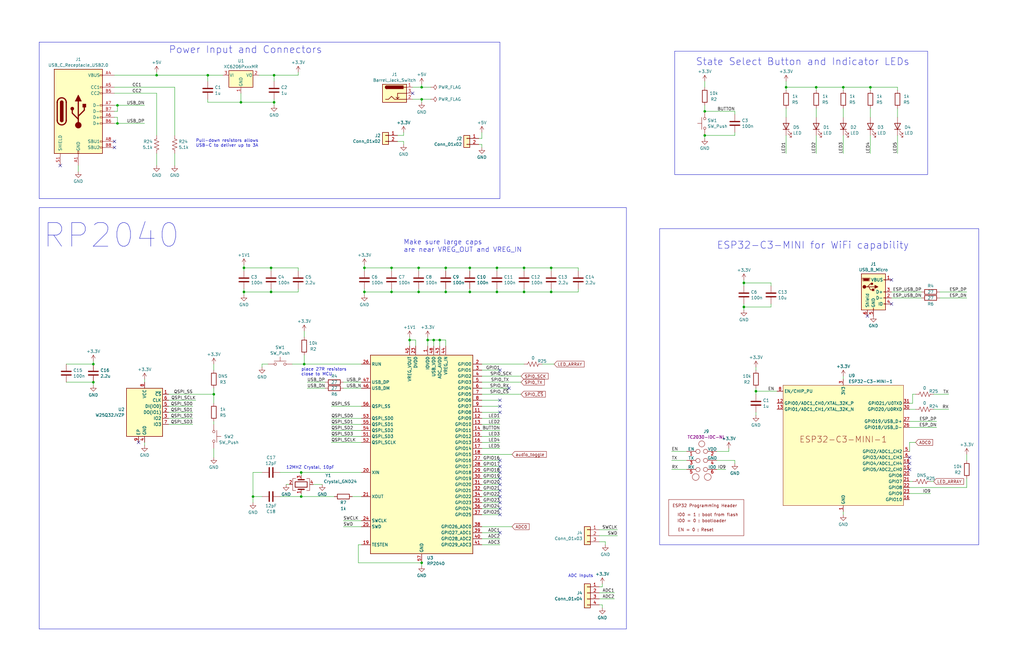
<source format=kicad_sch>
(kicad_sch (version 20230121) (generator eeschema)
  (paper "B")
  (lib_symbols
    (symbol "Connector:Barrel_Jack_Switch" (pin_names hide)
      (property "Reference" "J" (at 0 5.334 0))
      (property "Value" "Barrel_Jack_Switch" (at 0 -5.08 0))
      (symbol "Barrel_Jack_Switch_1_1"
        (pin passive line (at 7.62 2.54 180) (length 2.54) (name "~") (number "1"))
        (pin passive line (at 7.62 -2.54 180) (length 2.54) (name "~") (number "2"))
        (pin passive line (at 7.62 0 180) (length 2.54) (name "~") (number "3"))
      )
    )
    (symbol "Connector:USB_B_Micro" (pin_names (offset 1.016))
      (property "Reference" "J" (at -5.08 11.43 0))
      (property "Value" "USB_B_Micro" (at -5.08 8.89 0))
      (symbol "USB_B_Micro_1_1"
        (pin power_out line (at 7.62 5.08 180) (length 2.54) (name "VBUS") (number "1"))
        (pin bidirectional line (at 7.62 -2.54 180) (length 2.54) (name "D-") (number "2"))
        (pin bidirectional line (at 7.62 0 180) (length 2.54) (name "D+") (number "3"))
        (pin passive line (at 7.62 -5.08 180) (length 2.54) (name "ID") (number "4"))
        (pin power_out line (at 0 -10.16 90) (length 2.54) (name "GND") (number "5"))
        (pin passive line (at -2.54 -10.16 90) (length 2.54) (name "Shield") (number "6"))
      )
    )
    (symbol "Connector:USB_C_Receptacle_USB2.0" (pin_names (offset 1.016))
      (property "Reference" "J" (at -10.16 19.05 0))
      (property "Value" "USB_C_Receptacle_USB2.0" (at 19.05 19.05 0))
      (symbol "USB_C_Receptacle_USB2.0_1_1"
        (pin passive line (at 0 -22.86 90) (length 5.08) (name "GND") (number "A1"))
        (pin passive line (at 0 -22.86 90) (length 5.08) hide (name "GND") (number "A12"))
        (pin passive line (at 15.24 15.24 180) (length 5.08) (name "VBUS") (number "A4"))
        (pin bidirectional line (at 15.24 10.16 180) (length 5.08) (name "CC1") (number "A5"))
        (pin bidirectional line (at 15.24 -2.54 180) (length 5.08) (name "D+") (number "A6"))
        (pin bidirectional line (at 15.24 2.54 180) (length 5.08) (name "D-") (number "A7"))
        (pin bidirectional line (at 15.24 -12.7 180) (length 5.08) (name "SBU1") (number "A8"))
        (pin passive line (at 15.24 15.24 180) (length 5.08) hide (name "VBUS") (number "A9"))
        (pin passive line (at 0 -22.86 90) (length 5.08) hide (name "GND") (number "B1"))
        (pin passive line (at 0 -22.86 90) (length 5.08) hide (name "GND") (number "B12"))
        (pin passive line (at 15.24 15.24 180) (length 5.08) hide (name "VBUS") (number "B4"))
        (pin bidirectional line (at 15.24 7.62 180) (length 5.08) (name "CC2") (number "B5"))
        (pin bidirectional line (at 15.24 -5.08 180) (length 5.08) (name "D+") (number "B6"))
        (pin bidirectional line (at 15.24 0 180) (length 5.08) (name "D-") (number "B7"))
        (pin bidirectional line (at 15.24 -15.24 180) (length 5.08) (name "SBU2") (number "B8"))
        (pin passive line (at 15.24 15.24 180) (length 5.08) hide (name "VBUS") (number "B9"))
        (pin passive line (at -7.62 -22.86 90) (length 5.08) (name "SHIELD") (number "S1"))
      )
    )
    (symbol "Connector_Generic:Conn_01x02" (pin_names (offset 1.016) hide)
      (property "Reference" "J" (at 0 2.54 0))
      (property "Value" "Conn_01x02" (at 0 -5.08 0))
      (symbol "Conn_01x02_1_1"
        (pin passive line (at -5.08 0 0) (length 3.81) (name "Pin_1") (number "1"))
        (pin passive line (at -5.08 -2.54 0) (length 3.81) (name "Pin_2") (number "2"))
      )
    )
    (symbol "Connector_Generic:Conn_01x03" (pin_names (offset 1.016) hide)
      (property "Reference" "J" (at 0 5.08 0))
      (property "Value" "Conn_01x03" (at 0 -5.08 0))
      (symbol "Conn_01x03_1_1"
        (pin passive line (at -5.08 2.54 0) (length 3.81) (name "Pin_1") (number "1"))
        (pin passive line (at -5.08 0 0) (length 3.81) (name "Pin_2") (number "2"))
        (pin passive line (at -5.08 -2.54 0) (length 3.81) (name "Pin_3") (number "3"))
      )
    )
    (symbol "Connector_Generic:Conn_01x04" (pin_names (offset 1.016) hide)
      (property "Reference" "J" (at 0 5.08 0))
      (property "Value" "Conn_01x04" (at 0 -7.62 0))
      (symbol "Conn_01x04_1_1"
        (pin passive line (at -5.08 2.54 0) (length 3.81) (name "Pin_1") (number "1"))
        (pin passive line (at -5.08 0 0) (length 3.81) (name "Pin_2") (number "2"))
        (pin passive line (at -5.08 -2.54 0) (length 3.81) (name "Pin_3") (number "3"))
        (pin passive line (at -5.08 -5.08 0) (length 3.81) (name "Pin_4") (number "4"))
      )
    )
    (symbol "Device:C" (pin_numbers hide) (pin_names (offset 0.254))
      (property "Reference" "C" (at 0.635 2.54 0))
      (property "Value" "C" (at 0.635 -2.54 0))
      (symbol "C_1_1"
        (pin passive line (at 0 3.81 270) (length 2.794) (name "~") (number "1"))
        (pin passive line (at 0 -3.81 90) (length 2.794) (name "~") (number "2"))
      )
    )
    (symbol "Device:Crystal_GND24" (pin_names (offset 1.016) hide)
      (property "Reference" "Y" (at 3.175 5.08 0))
      (property "Value" "Crystal_GND24" (at 3.175 3.175 0))
      (symbol "Crystal_GND24_1_1"
        (pin passive line (at -3.81 0 0) (length 1.27) (name "1") (number "1"))
        (pin passive line (at 0 5.08 270) (length 1.27) (name "2") (number "2"))
        (pin passive line (at 3.81 0 180) (length 1.27) (name "3") (number "3"))
        (pin passive line (at 0 -5.08 90) (length 1.27) (name "4") (number "4"))
      )
    )
    (symbol "Device:LED" (pin_numbers hide) (pin_names (offset 1.016) hide)
      (property "Reference" "D" (at 0 2.54 0))
      (property "Value" "LED" (at 0 -2.54 0))
      (symbol "LED_1_1"
        (pin passive line (at -3.81 0 0) (length 2.54) (name "K") (number "1"))
        (pin passive line (at 3.81 0 180) (length 2.54) (name "A") (number "2"))
      )
    )
    (symbol "Device:R" (pin_numbers hide) (pin_names (offset 0))
      (property "Reference" "R" (at 2.032 0 90))
      (property "Value" "R" (at 0 0 90))
      (symbol "R_1_1"
        (pin passive line (at 0 3.81 270) (length 1.27) (name "~") (number "1"))
        (pin passive line (at 0 -3.81 90) (length 1.27) (name "~") (number "2"))
      )
    )
    (symbol "Device:R_US" (pin_numbers hide) (pin_names (offset 0))
      (property "Reference" "R" (at 2.54 0 90))
      (property "Value" "R_US" (at -2.54 0 90))
      (symbol "R_US_1_1"
        (pin passive line (at 0 3.81 270) (length 1.27) (name "~") (number "1"))
        (pin passive line (at 0 -3.81 90) (length 1.27) (name "~") (number "2"))
      )
    )
    (symbol "Espressif:ESP32-C3-MINI-1"
      (property "Reference" "U" (at -25.4 30.48 0))
      (property "Value" "ESP32-C3-MINI-1" (at -25.4 27.94 0))
      (symbol "ESP32-C3-MINI-1_0_0"
        (text "ESP32-C3-MINI-1" (at 0 2.54 0) (effects (font (size 2.54 2.54))))
      )
      (symbol "ESP32-C3-MINI-1_1_1"
        (pin power_in line (at 0 -27.94 90) (length 2.54) (name "GND") (number "1"))
        (pin no_connect line (at -25.4 2.54 0) (length 2.54) hide (name "NC") (number "10"))
        (pin passive line (at 0 -27.94 90) (length 2.54) hide (name "GND") (number "11"))
        (pin bidirectional line (at -27.94 17.78 0) (length 2.54) (name "GPIO0/ADC1_CH0/XTAL_32K_P") (number "12"))
        (pin bidirectional line (at -27.94 15.24 0) (length 2.54) (name "GPIO1/ADC1_CH1/XTAL_32K_N") (number "13"))
        (pin passive line (at 0 -27.94 90) (length 2.54) hide (name "GND") (number "14"))
        (pin no_connect line (at -25.4 0 0) (length 2.54) hide (name "NC") (number "15"))
        (pin bidirectional line (at 27.94 -22.86 180) (length 2.54) (name "GPIO10") (number "16"))
        (pin no_connect line (at -25.4 -2.54 0) (length 2.54) hide (name "NC") (number "17"))
        (pin bidirectional line (at 27.94 -7.62 180) (length 2.54) (name "GPIO4/ADC1_CH4") (number "18"))
        (pin bidirectional line (at 27.94 -10.16 180) (length 2.54) (name "GPIO5/ADC2_CH0") (number "19"))
        (pin passive line (at 0 -27.94 90) (length 2.54) hide (name "GND") (number "2"))
        (pin bidirectional line (at 27.94 -12.7 180) (length 2.54) (name "GPIO6") (number "20"))
        (pin bidirectional line (at 27.94 -15.24 180) (length 2.54) (name "GPIO7") (number "21"))
        (pin bidirectional line (at 27.94 -17.78 180) (length 2.54) (name "GPIO8") (number "22"))
        (pin bidirectional line (at 27.94 -20.32 180) (length 2.54) (name "GPIO9") (number "23"))
        (pin no_connect line (at -25.4 -5.08 0) (length 2.54) hide (name "NC") (number "24"))
        (pin no_connect line (at -25.4 -7.62 0) (length 2.54) hide (name "NC") (number "25"))
        (pin bidirectional line (at 27.94 7.62 180) (length 2.54) (name "GPIO18/USB_D-") (number "26"))
        (pin bidirectional line (at 27.94 10.16 180) (length 2.54) (name "GPIO19/USB_D+") (number "27"))
        (pin no_connect line (at -25.4 -10.16 0) (length 2.54) hide (name "NC") (number "28"))
        (pin no_connect line (at -25.4 -12.7 0) (length 2.54) hide (name "NC") (number "29"))
        (pin power_in line (at 0 27.94 270) (length 2.54) (name "3V3") (number "3"))
        (pin bidirectional line (at 27.94 15.24 180) (length 2.54) (name "GPIO20/U0RXD") (number "30"))
        (pin bidirectional line (at 27.94 17.78 180) (length 2.54) (name "GPIO21/U0TXD") (number "31"))
        (pin no_connect line (at -25.4 -15.24 0) (length 2.54) hide (name "NC") (number "32"))
        (pin no_connect line (at -25.4 -17.78 0) (length 2.54) hide (name "NC") (number "33"))
        (pin no_connect line (at -25.4 -20.32 0) (length 2.54) hide (name "NC") (number "34"))
        (pin no_connect line (at -25.4 -22.86 0) (length 2.54) hide (name "NC") (number "35"))
        (pin passive line (at 0 -27.94 90) (length 2.54) hide (name "GND") (number "36"))
        (pin passive line (at 0 -27.94 90) (length 2.54) hide (name "GND") (number "37"))
        (pin passive line (at 0 -27.94 90) (length 2.54) hide (name "GND") (number "38"))
        (pin passive line (at 0 -27.94 90) (length 2.54) hide (name "GND") (number "39"))
        (pin no_connect line (at -25.4 10.16 0) (length 2.54) hide (name "NC") (number "4"))
        (pin passive line (at 0 -27.94 90) (length 2.54) hide (name "GND") (number "40"))
        (pin passive line (at 0 -27.94 90) (length 2.54) hide (name "GND") (number "41"))
        (pin passive line (at 0 -27.94 90) (length 2.54) hide (name "GND") (number "42"))
        (pin passive line (at 0 -27.94 90) (length 2.54) hide (name "GND") (number "43"))
        (pin passive line (at 0 -27.94 90) (length 2.54) hide (name "GND") (number "44"))
        (pin passive line (at 0 -27.94 90) (length 2.54) hide (name "GND") (number "45"))
        (pin passive line (at 0 -27.94 90) (length 2.54) hide (name "GND") (number "46"))
        (pin passive line (at 0 -27.94 90) (length 2.54) hide (name "GND") (number "47"))
        (pin passive line (at 0 -27.94 90) (length 2.54) hide (name "GND") (number "48"))
        (pin passive line (at 0 -27.94 90) (length 2.54) hide (name "GND") (number "49"))
        (pin bidirectional line (at 27.94 -2.54 180) (length 2.54) (name "GPIO2/ADC1_CH2") (number "5"))
        (pin passive line (at 0 -27.94 90) (length 2.54) hide (name "GND") (number "50"))
        (pin passive line (at 0 -27.94 90) (length 2.54) hide (name "GND") (number "51"))
        (pin passive line (at 0 -27.94 90) (length 2.54) hide (name "GND") (number "52"))
        (pin passive line (at 0 -27.94 90) (length 2.54) hide (name "GND") (number "53"))
        (pin bidirectional line (at 27.94 -5.08 180) (length 2.54) (name "GPIO3/ADC1_CH3") (number "6"))
        (pin no_connect line (at -25.4 7.62 0) (length 2.54) hide (name "NC") (number "7"))
        (pin input line (at -27.94 22.86 0) (length 2.54) (name "EN/CHIP_PU") (number "8"))
        (pin no_connect line (at -25.4 5.08 0) (length 2.54) hide (name "NC") (number "9"))
      )
    )
    (symbol "MCU_RaspberryPi:RP2040"
      (property "Reference" "U" (at 17.78 45.72 0))
      (property "Value" "RP2040" (at 17.78 43.18 0))
      (symbol "RP2040_1_1"
        (pin power_in line (at 2.54 45.72 270) (length 3.81) (name "IOVDD") (number "1"))
        (pin passive line (at 2.54 45.72 270) (length 3.81) hide (name "IOVDD") (number "10"))
        (pin bidirectional line (at 25.4 17.78 180) (length 3.81) (name "GPIO8") (number "11"))
        (pin bidirectional line (at 25.4 15.24 180) (length 3.81) (name "GPIO9") (number "12"))
        (pin bidirectional line (at 25.4 12.7 180) (length 3.81) (name "GPIO10") (number "13"))
        (pin bidirectional line (at 25.4 10.16 180) (length 3.81) (name "GPIO11") (number "14"))
        (pin bidirectional line (at 25.4 7.62 180) (length 3.81) (name "GPIO12") (number "15"))
        (pin bidirectional line (at 25.4 5.08 180) (length 3.81) (name "GPIO13") (number "16"))
        (pin bidirectional line (at 25.4 2.54 180) (length 3.81) (name "GPIO14") (number "17"))
        (pin bidirectional line (at 25.4 0 180) (length 3.81) (name "GPIO15") (number "18"))
        (pin input line (at -25.4 -38.1 0) (length 3.81) (name "TESTEN") (number "19"))
        (pin bidirectional line (at 25.4 38.1 180) (length 3.81) (name "GPIO0") (number "2"))
        (pin input line (at -25.4 -7.62 0) (length 3.81) (name "XIN") (number "20"))
        (pin passive line (at -25.4 -17.78 0) (length 3.81) (name "XOUT") (number "21"))
        (pin passive line (at 2.54 45.72 270) (length 3.81) hide (name "IOVDD") (number "22"))
        (pin power_in line (at -2.54 45.72 270) (length 3.81) (name "DVDD") (number "23"))
        (pin input line (at -25.4 -27.94 0) (length 3.81) (name "SWCLK") (number "24"))
        (pin bidirectional line (at -25.4 -30.48 0) (length 3.81) (name "SWD") (number "25"))
        (pin input line (at -25.4 38.1 0) (length 3.81) (name "RUN") (number "26"))
        (pin bidirectional line (at 25.4 -2.54 180) (length 3.81) (name "GPIO16") (number "27"))
        (pin bidirectional line (at 25.4 -5.08 180) (length 3.81) (name "GPIO17") (number "28"))
        (pin bidirectional line (at 25.4 -7.62 180) (length 3.81) (name "GPIO18") (number "29"))
        (pin bidirectional line (at 25.4 35.56 180) (length 3.81) (name "GPIO1") (number "3"))
        (pin bidirectional line (at 25.4 -10.16 180) (length 3.81) (name "GPIO19") (number "30"))
        (pin bidirectional line (at 25.4 -12.7 180) (length 3.81) (name "GPIO20") (number "31"))
        (pin bidirectional line (at 25.4 -15.24 180) (length 3.81) (name "GPIO21") (number "32"))
        (pin passive line (at 2.54 45.72 270) (length 3.81) hide (name "IOVDD") (number "33"))
        (pin bidirectional line (at 25.4 -17.78 180) (length 3.81) (name "GPIO22") (number "34"))
        (pin bidirectional line (at 25.4 -20.32 180) (length 3.81) (name "GPIO23") (number "35"))
        (pin bidirectional line (at 25.4 -22.86 180) (length 3.81) (name "GPIO24") (number "36"))
        (pin bidirectional line (at 25.4 -25.4 180) (length 3.81) (name "GPIO25") (number "37"))
        (pin bidirectional line (at 25.4 -30.48 180) (length 3.81) (name "GPIO26_ADC0") (number "38"))
        (pin bidirectional line (at 25.4 -33.02 180) (length 3.81) (name "GPIO27_ADC1") (number "39"))
        (pin bidirectional line (at 25.4 33.02 180) (length 3.81) (name "GPIO2") (number "4"))
        (pin bidirectional line (at 25.4 -35.56 180) (length 3.81) (name "GPIO28_ADC2") (number "40"))
        (pin bidirectional line (at 25.4 -38.1 180) (length 3.81) (name "GPIO29_ADC3") (number "41"))
        (pin passive line (at 2.54 45.72 270) (length 3.81) hide (name "IOVDD") (number "42"))
        (pin power_in line (at 7.62 45.72 270) (length 3.81) (name "ADC_AVDD") (number "43"))
        (pin power_in line (at 10.16 45.72 270) (length 3.81) (name "VREG_IN") (number "44"))
        (pin power_out line (at -5.08 45.72 270) (length 3.81) (name "VREG_VOUT") (number "45"))
        (pin bidirectional line (at -25.4 27.94 0) (length 3.81) (name "USB_DM") (number "46"))
        (pin bidirectional line (at -25.4 30.48 0) (length 3.81) (name "USB_DP") (number "47"))
        (pin power_in line (at 5.08 45.72 270) (length 3.81) (name "USB_VDD") (number "48"))
        (pin passive line (at 2.54 45.72 270) (length 3.81) hide (name "IOVDD") (number "49"))
        (pin bidirectional line (at 25.4 30.48 180) (length 3.81) (name "GPIO3") (number "5"))
        (pin passive line (at -2.54 45.72 270) (length 3.81) hide (name "DVDD") (number "50"))
        (pin bidirectional line (at -25.4 7.62 0) (length 3.81) (name "QSPI_SD3") (number "51"))
        (pin output line (at -25.4 5.08 0) (length 3.81) (name "QSPI_SCLK") (number "52"))
        (pin bidirectional line (at -25.4 15.24 0) (length 3.81) (name "QSPI_SD0") (number "53"))
        (pin bidirectional line (at -25.4 10.16 0) (length 3.81) (name "QSPI_SD2") (number "54"))
        (pin bidirectional line (at -25.4 12.7 0) (length 3.81) (name "QSPI_SD1") (number "55"))
        (pin bidirectional line (at -25.4 20.32 0) (length 3.81) (name "QSPI_SS") (number "56"))
        (pin power_in line (at 0 -45.72 90) (length 3.81) (name "GND") (number "57"))
        (pin bidirectional line (at 25.4 27.94 180) (length 3.81) (name "GPIO4") (number "6"))
        (pin bidirectional line (at 25.4 25.4 180) (length 3.81) (name "GPIO5") (number "7"))
        (pin bidirectional line (at 25.4 22.86 180) (length 3.81) (name "GPIO6") (number "8"))
        (pin bidirectional line (at 25.4 20.32 180) (length 3.81) (name "GPIO7") (number "9"))
      )
    )
    (symbol "Memory_Flash:W25Q32JVZP"
      (property "Reference" "U" (at -6.35 11.43 0))
      (property "Value" "W25Q32JVZP" (at 7.62 11.43 0))
      (symbol "W25Q32JVZP_1_1"
        (pin input line (at -10.16 7.62 0) (length 2.54) (name "~{CS}") (number "1"))
        (pin bidirectional line (at -10.16 0 0) (length 2.54) (name "DO(IO1)") (number "2"))
        (pin bidirectional line (at -10.16 -2.54 0) (length 2.54) (name "IO2") (number "3"))
        (pin power_in line (at 0 -12.7 90) (length 2.54) (name "GND") (number "4"))
        (pin bidirectional line (at -10.16 2.54 0) (length 2.54) (name "DI(IO0)") (number "5"))
        (pin input line (at -10.16 5.08 0) (length 2.54) (name "CLK") (number "6"))
        (pin bidirectional line (at -10.16 -5.08 0) (length 2.54) (name "IO3") (number "7"))
        (pin power_in line (at 0 12.7 270) (length 2.54) (name "VCC") (number "8"))
        (pin passive line (at 2.54 -12.7 90) (length 2.54) (name "EP") (number "9"))
      )
    )
    (symbol "Regulator_Linear:XC6206PxxxMR" (pin_names (offset 0.254))
      (property "Reference" "U" (at -3.81 3.175 0))
      (property "Value" "XC6206PxxxMR" (at 0 3.175 0))
      (symbol "XC6206PxxxMR_1_1"
        (pin power_in line (at 0 -7.62 90) (length 2.54) (name "GND") (number "1"))
        (pin power_out line (at 7.62 0 180) (length 2.54) (name "VO") (number "2"))
        (pin power_in line (at -7.62 0 0) (length 2.54) (name "VI") (number "3"))
      )
    )
    (symbol "Switch:SW_Push" (pin_numbers hide) (pin_names (offset 1.016) hide)
      (property "Reference" "SW" (at 1.27 2.54 0))
      (property "Value" "SW_Push" (at 0 -1.524 0))
      (symbol "SW_Push_0_1"
        (pin passive line (at -5.08 0 0) (length 2.54) (name "1") (number "1"))
        (pin passive line (at 5.08 0 180) (length 2.54) (name "2") (number "2"))
      )
    )
    (symbol "Tag-Connect:TC2030-IDC_ESP" (pin_names (offset 0))
      (property "Reference" "J" (at 0 -10.16 0))
      (property "Connector" "TC2030-IDC-NL" (at 0 -12.7 0))
      (symbol "TC2030-IDC_ESP_0_0"
        (text "EN = 0 : Reset" (at -2.54 -29.21 0) (effects (font (size 1.27 1.27))))
        (text "ESP32 Programming Header" (at 1.27 -19.05 0) (effects (font (size 1.27 1.27))))
        (text "IO0 = 0 : bootloader" (at 0 -25.4 0) (effects (font (size 1.27 1.27))))
        (text "IO0 = 1 : boot from flash" (at 2.54 -22.86 0) (effects (font (size 1.27 1.27))))
      )
      (symbol "TC2030-IDC_ESP_1_1"
        (pin passive line (at -6.35 3.81 0) (length 3.81) (name "EN") (number "1"))
        (pin passive line (at 6.35 3.81 180) (length 3.81) (name "VDD") (number "2"))
        (pin passive line (at -6.35 0 0) (length 3.81) (name "TX") (number "3"))
        (pin passive line (at 6.35 0 180) (length 3.81) (name "GND") (number "4"))
        (pin passive line (at -6.35 -3.81 0) (length 3.81) (name "RX") (number "5"))
        (pin passive line (at 6.35 -3.81 180) (length 3.81) (name "IO0") (number "6"))
      )
    )
    (symbol "power:+1V1" (power) (pin_names (offset 0))
      (property "Value" "+1V1" (at 0 3.556 0))
      (symbol "+1V1_1_1"
        (pin power_in line (at 0 0 90) (length 0) hide (name "+1V1") (number "1"))
      )
    )
    (symbol "power:+3.3V" (power) (pin_names (offset 0))
      (property "Value" "+3.3V" (at 0 3.556 0))
      (symbol "+3.3V_1_1"
        (pin power_in line (at 0 0 90) (length 0) hide (name "+3.3V") (number "1"))
      )
    )
    (symbol "power:+5V" (power) (pin_names (offset 0))
      (property "Value" "+5V" (at 0 3.556 0))
      (symbol "+5V_1_1"
        (pin power_in line (at 0 0 90) (length 0) hide (name "+5V") (number "1"))
      )
    )
    (symbol "power:GND" (power) (pin_names (offset 0))
      (property "Value" "GND" (at 0 -3.81 0))
      (symbol "GND_1_1"
        (pin power_in line (at 0 0 270) (length 0) hide (name "GND") (number "1"))
      )
    )
    (symbol "power:PWR_FLAG" (power) (pin_numbers hide) (pin_names (offset 0) hide)
      (property "Value" "PWR_FLAG" (at 0 3.81 0))
      (symbol "PWR_FLAG_0_0"
        (pin power_out line (at 0 0 90) (length 0) (name "pwr") (number "1"))
      )
    )
  )
  (junction (at 313.69 119.38))
  (junction (at 49.53 52.07))
  (junction (at 66.04 31.75))
  (junction (at 115.57 43.18))
  (junction (at 90.17 166.37))
  (junction (at 128.27 153.67))
  (junction (at 87.63 31.75))
  (junction (at 367.03 36.83))
  (junction (at 127 209.55))
  (junction (at 182.88 143.51))
  (junction (at 180.34 143.51))
  (junction (at 176.53 123.19))
  (junction (at 313.69 129.54))
  (junction (at 232.41 123.19))
  (junction (at 187.96 123.19))
  (junction (at 209.55 123.19))
  (junction (at 101.6 43.18))
  (junction (at 297.18 57.15))
  (junction (at 177.8 36.83))
  (junction (at 318.77 165.1))
  (junction (at 176.53 113.03))
  (junction (at 165.1 123.19))
  (junction (at 185.42 143.51))
  (junction (at 49.53 44.45))
  (junction (at 153.67 123.19))
  (junction (at 198.12 113.03))
  (junction (at 331.47 36.83))
  (junction (at 355.6 36.83))
  (junction (at 102.87 113.03))
  (junction (at 177.8 41.91))
  (junction (at 209.55 113.03))
  (junction (at 220.98 123.19))
  (junction (at 114.3 123.19))
  (junction (at 297.18 46.99))
  (junction (at 106.68 209.55))
  (junction (at 198.12 123.19))
  (junction (at 39.37 161.29))
  (junction (at 127 199.39))
  (junction (at 153.67 113.03))
  (junction (at 165.1 113.03))
  (junction (at 187.96 113.03))
  (junction (at 344.17 36.83))
  (junction (at 232.41 113.03))
  (junction (at 114.3 113.03))
  (junction (at 220.98 113.03))
  (junction (at 177.8 237.49))
  (junction (at 102.87 123.19))
  (junction (at 39.37 153.67))
  (junction (at 115.57 31.75))
  (junction (at 172.72 143.51))
  (no_connect (at 210.82 209.55))
  (no_connect (at 48.26 62.23))
  (no_connect (at 58.42 186.69))
  (no_connect (at 383.54 195.58))
  (no_connect (at 365.76 133.35))
  (no_connect (at 173.99 39.37))
  (no_connect (at 210.82 171.45))
  (no_connect (at 210.82 224.79))
  (no_connect (at 210.82 207.01))
  (no_connect (at 48.26 59.69))
  (no_connect (at 210.82 214.63))
  (no_connect (at 383.54 198.12))
  (no_connect (at 210.82 199.39))
  (no_connect (at 210.82 212.09))
  (no_connect (at 375.92 128.27))
  (no_connect (at 210.82 204.47))
  (no_connect (at 210.82 201.93))
  (no_connect (at 210.82 217.17))
  (no_connect (at 25.4 69.85))
  (no_connect (at 383.54 193.04))
  (no_connect (at 210.82 196.85))
  (no_connect (at 375.92 118.11))
  (no_connect (at 210.82 194.31))
  (no_connect (at 210.82 156.21))
  (no_connect (at 214.63 163.83))
  (no_connect (at 210.82 173.99))
  (no_connect (at 210.82 168.91))
  (wire (pts (xy 60.96 160.02) (xy 60.96 161.29)))
  (wire (pts (xy 114.3 113.03) (xy 125.73 113.03)))
  (wire (pts (xy 344.17 36.83) (xy 331.47 36.83)))
  (wire (pts (xy 125.73 121.92) (xy 125.73 123.19)))
  (wire (pts (xy 198.12 113.03) (xy 198.12 114.3)))
  (wire (pts (xy 203.2 224.79) (xy 210.82 224.79)))
  (wire (pts (xy 165.1 123.19) (xy 176.53 123.19)))
  (wire (pts (xy 228.6 153.67) (xy 233.68 153.67)))
  (wire (pts (xy 232.41 113.03) (xy 232.41 114.3)))
  (wire (pts (xy 203.2 153.67) (xy 220.98 153.67)))
  (wire (pts (xy 203.2 191.77) (xy 215.9 191.77)))
  (wire (pts (xy 48.26 49.53) (xy 49.53 49.53)))
  (wire (pts (xy 177.8 41.91) (xy 177.8 43.18)))
  (wire (pts (xy 383.54 208.28) (xy 392.43 208.28)))
  (wire (pts (xy 139.7 184.15) (xy 152.4 184.15)))
  (wire (pts (xy 203.2 196.85) (xy 210.82 196.85)))
  (wire (pts (xy 102.87 111.76) (xy 102.87 113.03)))
  (wire (pts (xy 367.03 57.15) (xy 367.03 64.77)))
  (wire (pts (xy 144.78 163.83) (xy 152.4 163.83)))
  (wire (pts (xy 203.2 204.47) (xy 210.82 204.47)))
  (wire (pts (xy 297.18 46.99) (xy 309.88 46.99)))
  (wire (pts (xy 325.12 128.27) (xy 325.12 129.54)))
  (wire (pts (xy 172.72 143.51) (xy 172.72 146.05)))
  (wire (pts (xy 383.54 177.8) (xy 394.97 177.8)))
  (wire (pts (xy 110.49 153.67) (xy 113.03 153.67)))
  (wire (pts (xy 331.47 36.83) (xy 331.47 38.1)))
  (wire (pts (xy 71.12 166.37) (xy 90.17 166.37)))
  (wire (pts (xy 39.37 152.4) (xy 39.37 153.67)))
  (wire (pts (xy 90.17 153.67) (xy 90.17 156.21)))
  (wire (pts (xy 203.2 184.15) (xy 210.82 184.15)))
  (wire (pts (xy 48.26 36.83) (xy 73.66 36.83)))
  (wire (pts (xy 355.6 36.83) (xy 355.6 38.1)))
  (wire (pts (xy 203.2 179.07) (xy 210.82 179.07)))
  (wire (pts (xy 209.55 113.03) (xy 220.98 113.03)))
  (wire (pts (xy 187.96 113.03) (xy 198.12 113.03)))
  (wire (pts (xy 48.26 31.75) (xy 66.04 31.75)))
  (wire (pts (xy 71.12 176.53) (xy 81.28 176.53)))
  (wire (pts (xy 375.92 125.73) (xy 388.62 125.73)))
  (wire (pts (xy 203.2 186.69) (xy 210.82 186.69)))
  (wire (pts (xy 129.54 161.29) (xy 137.16 161.29)))
  (wire (pts (xy 378.46 45.72) (xy 378.46 49.53)))
  (wire (pts (xy 355.6 217.17) (xy 355.6 215.9)))
  (wire (pts (xy 165.1 113.03) (xy 176.53 113.03)))
  (wire (pts (xy 101.6 43.18) (xy 115.57 43.18)))
  (wire (pts (xy 128.27 149.86) (xy 128.27 153.67)))
  (wire (pts (xy 140.97 209.55) (xy 127 209.55)))
  (wire (pts (xy 203.2 60.96) (xy 201.93 60.96)))
  (wire (pts (xy 144.78 219.71) (xy 152.4 219.71)))
  (wire (pts (xy 309.88 46.99) (xy 309.88 48.26)))
  (wire (pts (xy 71.12 168.91) (xy 82.55 168.91)))
  (wire (pts (xy 118.11 199.39) (xy 127 199.39)))
  (wire (pts (xy 203.2 166.37) (xy 219.71 166.37)))
  (wire (pts (xy 177.8 41.91) (xy 181.61 41.91)))
  (wire (pts (xy 209.55 123.19) (xy 220.98 123.19)))
  (wire (pts (xy 73.66 36.83) (xy 73.66 57.15)))
  (wire (pts (xy 106.68 199.39) (xy 106.68 209.55)))
  (wire (pts (xy 203.2 176.53) (xy 210.82 176.53)))
  (wire (pts (xy 176.53 113.03) (xy 176.53 114.3)))
  (wire (pts (xy 302.26 190.5) (xy 307.34 190.5)))
  (wire (pts (xy 297.18 34.29) (xy 297.18 36.83)))
  (wire (pts (xy 393.7 172.72) (xy 400.05 172.72)))
  (wire (pts (xy 153.67 111.76) (xy 153.67 113.03)))
  (wire (pts (xy 367.03 45.72) (xy 367.03 49.53)))
  (wire (pts (xy 176.53 121.92) (xy 176.53 123.19)))
  (wire (pts (xy 396.24 125.73) (xy 407.67 125.73)))
  (wire (pts (xy 187.96 143.51) (xy 185.42 143.51)))
  (wire (pts (xy 106.68 209.55) (xy 106.68 212.09)))
  (wire (pts (xy 313.69 128.27) (xy 313.69 129.54)))
  (wire (pts (xy 123.19 153.67) (xy 128.27 153.67)))
  (wire (pts (xy 198.12 113.03) (xy 209.55 113.03)))
  (wire (pts (xy 182.88 143.51) (xy 185.42 143.51)))
  (wire (pts (xy 127 199.39) (xy 152.4 199.39)))
  (wire (pts (xy 173.99 41.91) (xy 177.8 41.91)))
  (wire (pts (xy 176.53 113.03) (xy 187.96 113.03)))
  (wire (pts (xy 139.7 179.07) (xy 152.4 179.07)))
  (wire (pts (xy 367.03 36.83) (xy 378.46 36.83)))
  (wire (pts (xy 289.56 198.12) (xy 283.21 198.12)))
  (wire (pts (xy 232.41 123.19) (xy 243.84 123.19)))
  (wire (pts (xy 289.56 194.31) (xy 283.21 194.31)))
  (wire (pts (xy 355.6 158.75) (xy 355.6 160.02)))
  (wire (pts (xy 203.2 229.87) (xy 210.82 229.87)))
  (wire (pts (xy 259.08 252.73) (xy 252.73 252.73)))
  (wire (pts (xy 66.04 30.48) (xy 66.04 31.75)))
  (wire (pts (xy 209.55 113.03) (xy 209.55 114.3)))
  (wire (pts (xy 203.2 194.31) (xy 210.82 194.31)))
  (wire (pts (xy 203.2 62.23) (xy 203.2 60.96)))
  (wire (pts (xy 173.99 36.83) (xy 177.8 36.83)))
  (wire (pts (xy 175.26 143.51) (xy 175.26 146.05)))
  (wire (pts (xy 110.49 199.39) (xy 106.68 199.39)))
  (wire (pts (xy 182.88 146.05) (xy 182.88 143.51)))
  (wire (pts (xy 129.54 163.83) (xy 137.16 163.83)))
  (wire (pts (xy 127 200.66) (xy 127 199.39)))
  (wire (pts (xy 302.26 194.31) (xy 309.88 194.31)))
  (wire (pts (xy 180.34 142.24) (xy 180.34 143.51)))
  (wire (pts (xy 66.04 31.75) (xy 87.63 31.75)))
  (wire (pts (xy 87.63 31.75) (xy 93.98 31.75)))
  (wire (pts (xy 297.18 58.42) (xy 297.18 57.15)))
  (wire (pts (xy 114.3 123.19) (xy 125.73 123.19)))
  (wire (pts (xy 220.98 113.03) (xy 232.41 113.03)))
  (wire (pts (xy 177.8 36.83) (xy 181.61 36.83)))
  (wire (pts (xy 170.18 59.69) (xy 167.64 59.69)))
  (wire (pts (xy 378.46 57.15) (xy 378.46 64.77)))
  (wire (pts (xy 187.96 123.19) (xy 198.12 123.19)))
  (wire (pts (xy 203.2 227.33) (xy 210.82 227.33)))
  (wire (pts (xy 203.2 181.61) (xy 210.82 181.61)))
  (wire (pts (xy 114.3 123.19) (xy 114.3 121.92)))
  (wire (pts (xy 318.77 166.37) (xy 318.77 165.1)))
  (wire (pts (xy 254 256.54) (xy 254 255.27)))
  (wire (pts (xy 203.2 171.45) (xy 210.82 171.45)))
  (wire (pts (xy 355.6 36.83) (xy 367.03 36.83)))
  (wire (pts (xy 180.34 143.51) (xy 180.34 146.05)))
  (wire (pts (xy 139.7 181.61) (xy 152.4 181.61)))
  (wire (pts (xy 139.7 176.53) (xy 152.4 176.53)))
  (wire (pts (xy 344.17 57.15) (xy 344.17 64.77)))
  (wire (pts (xy 153.67 113.03) (xy 153.67 114.3)))
  (wire (pts (xy 325.12 119.38) (xy 325.12 120.65)))
  (wire (pts (xy 144.78 161.29) (xy 152.4 161.29)))
  (wire (pts (xy 260.35 226.06) (xy 252.73 226.06)))
  (wire (pts (xy 151.13 237.49) (xy 177.8 237.49)))
  (wire (pts (xy 33.02 69.85) (xy 33.02 72.39)))
  (wire (pts (xy 318.77 175.26) (xy 318.77 173.99)))
  (wire (pts (xy 127 209.55) (xy 127 208.28)))
  (wire (pts (xy 115.57 31.75) (xy 115.57 34.29)))
  (wire (pts (xy 125.73 30.48) (xy 125.73 31.75)))
  (wire (pts (xy 170.18 55.88) (xy 170.18 57.15)))
  (wire (pts (xy 355.6 57.15) (xy 355.6 64.77)))
  (wire (pts (xy 203.2 214.63) (xy 210.82 214.63)))
  (wire (pts (xy 203.2 161.29) (xy 219.71 161.29)))
  (wire (pts (xy 260.35 223.52) (xy 252.73 223.52)))
  (wire (pts (xy 90.17 177.8) (xy 90.17 179.07)))
  (wire (pts (xy 331.47 45.72) (xy 331.47 49.53)))
  (wire (pts (xy 383.54 205.74) (xy 407.67 205.74)))
  (wire (pts (xy 177.8 237.49) (xy 177.8 238.76)))
  (wire (pts (xy 313.69 119.38) (xy 313.69 120.65)))
  (wire (pts (xy 128.27 153.67) (xy 152.4 153.67)))
  (wire (pts (xy 48.26 52.07) (xy 49.53 52.07)))
  (wire (pts (xy 378.46 36.83) (xy 378.46 38.1)))
  (wire (pts (xy 203.2 168.91) (xy 210.82 168.91)))
  (wire (pts (xy 139.7 171.45) (xy 152.4 171.45)))
  (wire (pts (xy 331.47 57.15) (xy 331.47 64.77)))
  (wire (pts (xy 383.54 180.34) (xy 394.97 180.34)))
  (wire (pts (xy 73.66 64.77) (xy 73.66 69.85)))
  (wire (pts (xy 254 246.38) (xy 254 247.65)))
  (wire (pts (xy 172.72 142.24) (xy 172.72 143.51)))
  (wire (pts (xy 407.67 201.93) (xy 407.67 205.74)))
  (wire (pts (xy 198.12 123.19) (xy 209.55 123.19)))
  (wire (pts (xy 396.24 123.19) (xy 407.67 123.19)))
  (wire (pts (xy 367.03 36.83) (xy 367.03 38.1)))
  (wire (pts (xy 313.69 119.38) (xy 325.12 119.38)))
  (wire (pts (xy 48.26 39.37) (xy 66.04 39.37)))
  (wire (pts (xy 109.22 31.75) (xy 115.57 31.75)))
  (wire (pts (xy 355.6 45.72) (xy 355.6 49.53)))
  (wire (pts (xy 170.18 60.96) (xy 170.18 59.69)))
  (wire (pts (xy 383.54 186.69) (xy 386.08 186.69)))
  (wire (pts (xy 90.17 189.23) (xy 90.17 193.04)))
  (wire (pts (xy 132.08 204.47) (xy 135.89 204.47)))
  (wire (pts (xy 87.63 31.75) (xy 87.63 34.29)))
  (wire (pts (xy 49.53 49.53) (xy 49.53 52.07)))
  (wire (pts (xy 254 255.27) (xy 252.73 255.27)))
  (wire (pts (xy 165.1 121.92) (xy 165.1 123.19)))
  (wire (pts (xy 383.54 203.2) (xy 384.81 203.2)))
  (wire (pts (xy 307.34 190.5) (xy 307.34 189.23)))
  (wire (pts (xy 297.18 44.45) (xy 297.18 46.99)))
  (wire (pts (xy 198.12 121.92) (xy 198.12 123.19)))
  (wire (pts (xy 102.87 113.03) (xy 102.87 114.3)))
  (wire (pts (xy 115.57 31.75) (xy 125.73 31.75)))
  (wire (pts (xy 209.55 121.92) (xy 209.55 123.19)))
  (wire (pts (xy 165.1 113.03) (xy 165.1 114.3)))
  (wire (pts (xy 128.27 139.7) (xy 128.27 142.24)))
  (wire (pts (xy 48.26 46.99) (xy 49.53 46.99)))
  (wire (pts (xy 386.08 166.37) (xy 384.81 166.37)))
  (wire (pts (xy 407.67 191.77) (xy 407.67 194.31)))
  (wire (pts (xy 90.17 163.83) (xy 90.17 166.37)))
  (wire (pts (xy 187.96 113.03) (xy 187.96 114.3)))
  (wire (pts (xy 318.77 163.83) (xy 318.77 165.1)))
  (wire (pts (xy 152.4 229.87) (xy 151.13 229.87)))
  (wire (pts (xy 302.26 198.12) (xy 306.07 198.12)))
  (wire (pts (xy 243.84 121.92) (xy 243.84 123.19)))
  (wire (pts (xy 180.34 143.51) (xy 182.88 143.51)))
  (wire (pts (xy 203.2 222.25) (xy 215.9 222.25)))
  (wire (pts (xy 153.67 121.92) (xy 153.67 123.19)))
  (wire (pts (xy 152.4 209.55) (xy 148.59 209.55)))
  (wire (pts (xy 187.96 143.51) (xy 187.96 146.05)))
  (wire (pts (xy 283.21 190.5) (xy 289.56 190.5)))
  (wire (pts (xy 203.2 201.93) (xy 210.82 201.93)))
  (wire (pts (xy 313.69 118.11) (xy 313.69 119.38)))
  (wire (pts (xy 393.7 166.37) (xy 400.05 166.37)))
  (wire (pts (xy 114.3 114.3) (xy 114.3 113.03)))
  (wire (pts (xy 66.04 39.37) (xy 66.04 57.15)))
  (wire (pts (xy 203.2 158.75) (xy 219.71 158.75)))
  (wire (pts (xy 203.2 199.39) (xy 210.82 199.39)))
  (wire (pts (xy 383.54 172.72) (xy 386.08 172.72)))
  (wire (pts (xy 309.88 194.31) (xy 309.88 195.58)))
  (wire (pts (xy 106.68 209.55) (xy 110.49 209.55)))
  (wire (pts (xy 259.08 250.19) (xy 252.73 250.19)))
  (wire (pts (xy 297.18 57.15) (xy 309.88 57.15)))
  (wire (pts (xy 344.17 36.83) (xy 355.6 36.83)))
  (wire (pts (xy 203.2 58.42) (xy 201.93 58.42)))
  (wire (pts (xy 313.69 129.54) (xy 325.12 129.54)))
  (wire (pts (xy 220.98 121.92) (xy 220.98 123.19)))
  (wire (pts (xy 101.6 39.37) (xy 101.6 43.18)))
  (wire (pts (xy 384.81 170.18) (xy 383.54 170.18)))
  (wire (pts (xy 392.43 203.2) (xy 393.7 203.2)))
  (wire (pts (xy 318.77 154.94) (xy 318.77 156.21)))
  (wire (pts (xy 254 247.65) (xy 252.73 247.65)))
  (wire (pts (xy 144.78 222.25) (xy 152.4 222.25)))
  (wire (pts (xy 66.04 64.77) (xy 66.04 69.85)))
  (wire (pts (xy 383.54 186.69) (xy 383.54 190.5)))
  (wire (pts (xy 118.11 209.55) (xy 127 209.55)))
  (wire (pts (xy 203.2 189.23) (xy 210.82 189.23)))
  (wire (pts (xy 384.81 166.37) (xy 384.81 170.18)))
  (wire (pts (xy 115.57 43.18) (xy 115.57 44.45)))
  (wire (pts (xy 203.2 217.17) (xy 210.82 217.17)))
  (wire (pts (xy 71.12 171.45) (xy 81.28 171.45)))
  (wire (pts (xy 27.94 161.29) (xy 39.37 161.29)))
  (wire (pts (xy 153.67 123.19) (xy 153.67 124.46)))
  (wire (pts (xy 203.2 156.21) (xy 210.82 156.21)))
  (wire (pts (xy 87.63 41.91) (xy 87.63 43.18)))
  (wire (pts (xy 331.47 36.83) (xy 331.47 34.29)))
  (wire (pts (xy 170.18 57.15) (xy 167.64 57.15)))
  (wire (pts (xy 203.2 163.83) (xy 214.63 163.83)))
  (wire (pts (xy 49.53 46.99) (xy 49.53 44.45)))
  (wire (pts (xy 115.57 43.18) (xy 115.57 41.91)))
  (wire (pts (xy 176.53 123.19) (xy 187.96 123.19)))
  (wire (pts (xy 344.17 45.72) (xy 344.17 49.53)))
  (wire (pts (xy 203.2 209.55) (xy 210.82 209.55)))
  (wire (pts (xy 39.37 161.29) (xy 39.37 162.56)))
  (wire (pts (xy 318.77 165.1) (xy 327.66 165.1)))
  (wire (pts (xy 220.98 123.19) (xy 232.41 123.19)))
  (wire (pts (xy 255.27 228.6) (xy 255.27 229.87)))
  (wire (pts (xy 110.49 153.67) (xy 110.49 154.94)))
  (wire (pts (xy 60.96 186.69) (xy 60.96 187.96)))
  (wire (pts (xy 125.73 113.03) (xy 125.73 114.3)))
  (wire (pts (xy 172.72 143.51) (xy 175.26 143.51)))
  (wire (pts (xy 71.12 173.99) (xy 81.28 173.99)))
  (wire (pts (xy 313.69 129.54) (xy 313.69 130.81)))
  (wire (pts (xy 252.73 228.6) (xy 255.27 228.6)))
  (wire (pts (xy 203.2 173.99) (xy 210.82 173.99)))
  (wire (pts (xy 177.8 35.56) (xy 177.8 36.83)))
  (wire (pts (xy 49.53 52.07) (xy 60.96 52.07)))
  (wire (pts (xy 48.26 44.45) (xy 49.53 44.45)))
  (wire (pts (xy 151.13 229.87) (xy 151.13 237.49)))
  (wire (pts (xy 375.92 123.19) (xy 388.62 123.19)))
  (wire (pts (xy 344.17 36.83) (xy 344.17 38.1)))
  (wire (pts (xy 90.17 166.37) (xy 90.17 170.18)))
  (wire (pts (xy 187.96 121.92) (xy 187.96 123.19)))
  (wire (pts (xy 203.2 207.01) (xy 210.82 207.01)))
  (wire (pts (xy 139.7 186.69) (xy 152.4 186.69)))
  (wire (pts (xy 220.98 113.03) (xy 220.98 114.3)))
  (wire (pts (xy 243.84 113.03) (xy 243.84 114.3)))
  (wire (pts (xy 102.87 123.19) (xy 114.3 123.19)))
  (wire (pts (xy 153.67 123.19) (xy 165.1 123.19)))
  (wire (pts (xy 102.87 123.19) (xy 102.87 124.46)))
  (wire (pts (xy 232.41 121.92) (xy 232.41 123.19)))
  (wire (pts (xy 121.92 204.47) (xy 120.65 204.47)))
  (wire (pts (xy 153.67 113.03) (xy 165.1 113.03)))
  (wire (pts (xy 39.37 153.67) (xy 27.94 153.67)))
  (wire (pts (xy 102.87 113.03) (xy 114.3 113.03)))
  (wire (pts (xy 71.12 179.07) (xy 81.28 179.07)))
  (wire (pts (xy 203.2 212.09) (xy 210.82 212.09)))
  (wire (pts (xy 185.42 146.05) (xy 185.42 143.51)))
  (wire (pts (xy 203.2 55.88) (xy 203.2 58.42)))
  (wire (pts (xy 87.63 43.18) (xy 101.6 43.18)))
  (wire (pts (xy 309.88 55.88) (xy 309.88 57.15)))
  (wire (pts (xy 102.87 121.92) (xy 102.87 123.19)))
  (wire (pts (xy 232.41 113.03) (xy 243.84 113.03)))
  (wire (pts (xy 49.53 44.45) (xy 60.96 44.45)))
  (rectangle (start 16.51 87.63) (end 264.16 265.43))
  (rectangle (start 16.51 17.78) (end 210.82 83.82))
  (rectangle (start 278.13 96.52) (end 412.75 229.87))
  (rectangle (start 284.48 21.59) (end 391.16 73.66))
  (text "Pull-down resistors allows \nUSB-C to deliver up to 3A" (at 82.55 62.23 0) (effects (font (size 1.27 1.27)) (justify left bottom)))
  (text "State Select Button and Indicator LEDs" (at 293.37 27.94 0) (effects (font (size 3 3)) (justify left bottom)))
  (text "place 27R resistors\nclose to MCU" (at 127 158.75 0) (effects (font (size 1.27 1.27)) (justify left bottom)))
  (text "Make sure large caps \nare near VREG_OUT and VREG_IN\n" (at 170.18 106.68 0) (effects (font (size 2 2)) (justify left bottom)))
  (text "12MHZ Crystal, 10pF\n" (at 120.65 198.12 0) (effects (font (size 1.27 1.27)) (justify left bottom)))
  (text "RP2040" (at 17.78 105.41 0) (effects (font (size 10 10)) (justify left bottom)))
  (text "ADC Inputs" (at 250.19 243.84 0) (effects (font (size 1.27 1.27)) (justify right bottom)))
  (text "ESP32-C3-MINI for WiFi capability" (at 302.26 105.41 0) (effects (font (size 3 3)) (justify left bottom)))
  (text "Power Input and Connectors" (at 71.12 22.86 0) (effects (font (size 3 3)) (justify left bottom)))
  (label "BUTTON" (at 210.82 181.61 180))
  (label "GPIO1" (at 210.82 156.21 180))
  (label "ADC2" (at 210.82 227.33 180))
  (label "ESP_DP" (at 407.67 123.19 180))
  (label "USB_N" (at 146.05 163.83 0))
  (label "LED3" (at 210.82 184.15 180))
  (label "LED5" (at 210.82 189.23 180))
  (label "SPIO_~{CS}" (at 214.63 166.37 180))
  (label "ADC2" (at 259.08 252.73 180))
  (label "USB_DN" (at 60.96 44.45 180))
  (label "ESP_DN" (at 407.67 125.73 180))
  (label "GPIO17" (at 210.82 196.85 180))
  (label "ADC3" (at 210.82 229.87 180))
  (label "QSPI_SD1" (at 139.7 179.07 0))
  (label "CC2" (at 59.69 39.37 180))
  (label "TX" (at 400.05 166.37 180))
  (label "QSPI_SD3" (at 81.28 179.07 180))
  (label "LED5" (at 378.46 64.77 90))
  (label "QSPI_SD2" (at 139.7 181.61 0))
  (label "BUTTON" (at 309.88 46.99 180))
  (label "GPIO25" (at 210.82 217.17 180))
  (label "LED2" (at 344.17 64.77 90))
  (label "LED1" (at 331.47 64.77 90))
  (label "QSPI_SS" (at 139.7 171.45 0))
  (label "ADC1" (at 259.08 250.19 180))
  (label "USB_DP" (at 60.96 52.07 180))
  (label "SWCLK" (at 260.35 223.52 180))
  (label "EN" (at 323.85 165.1 0))
  (label "USB_P" (at 146.05 161.29 0))
  (label "LED4" (at 210.82 186.69 180))
  (label "GPIO20" (at 210.82 204.47 180))
  (label "QSPI_SS" (at 81.28 166.37 180))
  (label "GPIO22" (at 210.82 209.55 180))
  (label "QSPI_SD2" (at 81.28 176.53 180))
  (label "EN" (at 283.21 190.5 0))
  (label "USB_DN" (at 129.54 163.83 0))
  (label "IO9" (at 392.43 208.28 180))
  (label "GPIO16" (at 210.82 194.31 180))
  (label "QSPI_SD3" (at 139.7 184.15 0))
  (label "ESP_USB_DP" (at 388.62 123.19 180))
  (label "LED3" (at 355.6 64.77 90))
  (label "GPIO23" (at 210.82 212.09 180))
  (label "SPI0_TX" (at 214.63 161.29 180))
  (label "QSPI_SD0" (at 139.7 176.53 0))
  (label "SWD" (at 260.35 226.06 180))
  (label "USB_DP" (at 129.54 161.29 0))
  (label "CC1" (at 59.69 36.83 180))
  (label "TX" (at 283.21 194.31 0))
  (label "QSPI_SCLK" (at 139.7 186.69 0))
  (label "RX" (at 400.05 172.72 180))
  (label "ESP_DN" (at 394.97 180.34 180))
  (label "GPIO24" (at 210.82 214.63 180))
  (label "QSPI_SCLK" (at 82.55 168.91 180))
  (label "GPIO21" (at 210.82 207.01 180))
  (label "SPIO_RX" (at 214.63 163.83 180))
  (label "ADC1" (at 210.82 224.79 180))
  (label "GPIO18" (at 210.82 199.39 180))
  (label "RX" (at 283.21 198.12 0))
  (label "QSPI_SD0" (at 81.28 171.45 180))
  (label "ESP_USB_DN" (at 388.62 125.73 180))
  (label "QSPI_SD1" (at 81.28 173.99 180))
  (label "LED1" (at 210.82 176.53 180))
  (label "LED2" (at 210.82 179.07 180))
  (label "ESP_DP" (at 394.97 177.8 180))
  (label "GPIO19" (at 210.82 201.93 180))
  (label "IO9" (at 306.07 198.12 180))
  (label "SWD" (at 144.78 222.25 0))
  (label "SWCLK" (at 144.78 219.71 0))
  (label "SPI0_SCK" (at 215.9 158.75 180))
  (label "LED4" (at 367.03 64.77 90))
  (global_label "audio_toggle" (shape input) (at 215.9 191.77 0) (property "Intersheetrefs" "${INTERSHEET_REFS}" (effects hide)))
  (global_label "LED_ARRAY" (shape input) (at 233.68 153.67 0) (property "Intersheetrefs" "${INTERSHEET_REFS}" (effects hide)))
  (global_label "ADC0" (shape input) (at 386.08 186.69 0) (property "Intersheetrefs" "${INTERSHEET_REFS}" (effects hide)))
  (global_label "ADC0" (shape input) (at 215.9 222.25 0) (property "Intersheetrefs" "${INTERSHEET_REFS}" (effects hide)))
  (global_label "SPI0_TX" (shape input) (at 219.71 161.29 0) (property "Intersheetrefs" "${INTERSHEET_REFS}" (effects hide)))
  (global_label "SPIO_~{CS}" (shape input) (at 219.71 166.37 0) (property "Intersheetrefs" "${INTERSHEET_REFS}" (effects hide)))
  (global_label "SPI0_SCK" (shape input) (at 219.71 158.75 0) (property "Intersheetrefs" "${INTERSHEET_REFS}" (effects hide)))
  (global_label "LED_ARRAY" (shape input) (at 393.7 203.2 0) (property "Intersheetrefs" "${INTERSHEET_REFS}" (effects hide)))
  (symbol (lib_id "Regulator_Linear:XC6206PxxxMR") (at 101.6 31.75 0) (unit 1)
    (property "Reference" "U1" (at 101.6 25.7007 0))
    (property "Value" "XC6206PxxxMR" (at 101.6 28.1249 0))
    (property "Footprint" "Package_TO_SOT_SMD:SOT-23-3" (effects hide))
    (property "Datasheet" "https://www.torexsemi.com/file/xc6206/XC6206.pdf" (effects hide))
    (property "LCSC" "C5446" (effects hide))
    (instances (project "pi_pico_dds" (path "" (reference "U1") (unit 1))) (project "rp2040_audio_spectrum" (path "" (reference "U3") (unit 1)) (path "" (reference "U4") (unit 1))))
  )
  (symbol (lib_id "power:GND") (at 255.27 229.87 0) (mirror y) (unit 1)
    (property "Reference" "#PWR017" (effects hide))
    (property "Value" "GND" (at 255.27 234.0031 0))
    (instances (project "rp2040_audio_spectrum" (path "" (reference "#PWR017") (unit 1)) (path "" (reference "#PWR023") (unit 1)) (path "" (reference "#PWR053") (unit 1))))
  )
  (symbol (lib_id "power:GND") (at 39.37 162.56 0) (unit 1)
    (property "Reference" "#PWR018" (effects hide))
    (property "Value" "GND" (at 39.37 166.6931 0))
    (instances (project "pi_pico_dds" (path "" (reference "#PWR018") (unit 1))) (project "rp2040_audio_spectrum" (path "" (reference "#PWR021") (unit 1)) (path "" (reference "#PWR06") (unit 1)) (path "" (reference "#PWR054") (unit 1))))
  )
  (symbol (lib_id "Device:LED") (at 331.47 53.34 90) (unit 1)
    (property "Reference" "D5" (at 334.391 53.7154 90) (effects (justify right)))
    (property "Value" "LED" (at 334.391 56.1396 90) (effects (justify right)))
    (property "Footprint" "LED_SMD:LED_0805_2012Metric" (effects hide))
    (property "LCSC" "C2297" (effects hide))
  )
  (symbol (lib_id "power:+3.3V") (at 297.18 34.29 0) (unit 1)
    (property "Reference" "#PWR039" (effects hide))
    (property "Value" "+3.3V" (at 297.18 30.1569 0))
  )
  (symbol (lib_id "power:+5V") (at 203.2 55.88 0) (mirror y) (unit 1)
    (property "Reference" "#PWR07" (effects hide))
    (property "Value" "+5V" (at 203.2 51.7469 0))
    (instances (project "pi_pico_dds" (path "" (reference "#PWR07") (unit 1))) (project "rp2040_audio_spectrum" (path "" (reference "#PWR028") (unit 1)) (path "" (reference "#PWR038") (unit 1))))
  )
  (symbol (lib_id "Switch:SW_Push") (at 118.11 153.67 0) (unit 1)
    (property "Reference" "SW1" (at 118.11 146.6047 0))
    (property "Value" "SW_Push" (at 118.11 149.0289 0))
    (property "Footprint" "Button_Switch_SMD:SW_Push_1P1T_XKB_TS-1187A" (effects hide))
    (property "LCSC" "C318884" (effects hide))
    (instances (project "pi_pico_dds" (path "" (reference "SW1") (unit 1))) (project "rp2040_audio_spectrum" (path "" (reference "SW1") (unit 1)) (path "" (reference "SW2") (unit 1)) (path "" (reference "SW3") (unit 1))))
  )
  (symbol (lib_id "power:GND") (at 318.77 175.26 0) (unit 1)
    (property "Reference" "#PWR012" (effects hide))
    (property "Value" "GND" (at 318.77 179.3931 0))
    (instances (project "pi_pico_dds" (path "" (reference "#PWR012") (unit 1))) (project "rp2040_audio_spectrum" (path "" (reference "#PWR07") (unit 1)) (path "" (reference "#PWR02121") (unit 1)) (path "" (reference "#PWR043") (unit 1))))
  )
  (symbol (lib_id "Device:R_US") (at 66.04 60.96 0) (mirror x) (unit 1)
    (property "Reference" "R24" (at 64.389 59.7479 0) (effects (justify right)))
    (property "Value" "5.1k" (at 64.389 62.1721 0) (effects (justify right)))
    (property "Footprint" "Resistor_SMD:R_0402_1005Metric" (effects hide))
    (property "LCSC" "C25905" (effects hide))
    (instances (project "rp2040_audio_spectrum" (path "" (reference "R24") (unit 1)) (path "" (reference "R26") (unit 1))))
  )
  (symbol (lib_id "Device:C") (at 114.3 209.55 90) (mirror x) (unit 1)
    (property "Reference" "C18" (at 114.3 215.8533 90))
    (property "Value" "12pF" (at 114.3 213.4291 90))
    (property "Footprint" "Capacitor_SMD:C_0402_1005Metric" (effects hide))
    (property "LCSC" "C1547" (effects hide))
    (instances (project "pi_pico_dds" (path "" (reference "C18") (unit 1))) (project "rp2040_audio_spectrum" (path "" (reference "C14") (unit 1)) (path "" (reference "C16") (unit 1)) (path "" (reference "C36") (unit 1))))
  )
  (symbol (lib_id "Device:C") (at 115.57 38.1 0) (unit 1)
    (property "Reference" "C2" (at 118.491 36.8879 0) (effects (justify left)))
    (property "Value" "1u" (at 118.491 39.3121 0) (effects (justify left)))
    (property "Footprint" "Capacitor_SMD:C_0402_1005Metric" (effects hide))
    (property "LCSC" "C52923" (effects hide))
    (instances (project "pi_pico_dds" (path "" (reference "C2") (unit 1))) (project "rp2040_audio_spectrum" (path "" (reference "C18") (unit 1)) (path "" (reference "C20") (unit 1))))
  )
  (symbol (lib_id "power:GND") (at 115.57 44.45 0) (unit 1)
    (property "Reference" "#PWR04" (effects hide))
    (property "Value" "GND" (at 115.57 48.5831 0))
    (instances (project "pi_pico_dds" (path "" (reference "#PWR04") (unit 1))) (project "rp2040_audio_spectrum" (path "" (reference "#PWR020") (unit 1)) (path "" (reference "#PWR036") (unit 1))))
  )
  (symbol (lib_id "Switch:SW_Push") (at 297.18 52.07 90) (unit 1)
    (property "Reference" "SW1" (at 298.323 50.8579 90) (effects (justify right)))
    (property "Value" "SW_Push" (at 298.323 53.2821 90) (effects (justify right)))
    (property "Footprint" "Button_Switch_SMD:SW_Push_1P1T_XKB_TS-1187A" (effects hide))
    (property "LCSC" "C318884" (effects hide))
    (instances (project "pi_pico_dds" (path "" (reference "SW1") (unit 1))) (project "rp2040_audio_spectrum" (path "" (reference "SW1") (unit 1)) (path "" (reference "SW3") (unit 1)) (path "" (reference "SW3") (unit 1))))
  )
  (symbol (lib_id "power:+3.3V") (at 153.67 111.76 0) (unit 1)
    (property "Reference" "#PWR04" (effects hide))
    (property "Value" "+3.3V" (at 153.67 107.6269 0))
  )
  (symbol (lib_id "power:GND") (at 135.89 204.47 0) (mirror y) (unit 1)
    (property "Reference" "#PWR025" (effects hide))
    (property "Value" "GND" (at 135.89 208.6031 0))
    (instances (project "pi_pico_dds" (path "" (reference "#PWR025") (unit 1))) (project "rp2040_audio_spectrum" (path "" (reference "#PWR012") (unit 1)) (path "" (reference "#PWR018") (unit 1)) (path "" (reference "#PWR059") (unit 1))))
  )
  (symbol (lib_id "Device:LED") (at 355.6 53.34 90) (unit 1)
    (property "Reference" "D2" (at 358.521 53.7154 90) (effects (justify right)))
    (property "Value" "LED" (at 358.521 56.1396 90) (effects (justify right)))
    (property "Footprint" "LED_SMD:LED_0805_2012Metric" (effects hide))
    (property "LCSC" "C2297" (effects hide))
  )
  (symbol (lib_id "power:GND") (at 102.87 124.46 0) (unit 1)
    (property "Reference" "#PWR010" (effects hide))
    (property "Value" "GND" (at 102.87 128.5931 0))
    (instances (project "pi_pico_dds" (path "" (reference "#PWR010") (unit 1))) (project "rp2040_audio_spectrum" (path "" (reference "#PWR05") (unit 1)) (path "" (reference "#PWR010") (unit 1)) (path "" (reference "#PWR042") (unit 1))))
  )
  (symbol (lib_id "Device:R") (at 392.43 125.73 90) (mirror x) (unit 1)
    (property "Reference" "R6" (at 392.43 128.27 90))
    (property "Value" "27" (at 392.43 125.73 90))
    (property "Footprint" "Resistor_SMD:R_0402_1005Metric" (effects hide))
    (property "LCSC" "C25100" (effects hide))
    (instances (project "pi_pico_dds" (path "" (reference "R6") (unit 1))) (project "rp2040_audio_spectrum" (path "" (reference "R3") (unit 1)) (path "" (reference "R35") (unit 1)) (path "" (reference "R13") (unit 1))))
  )
  (symbol (lib_id "power:+5V") (at 66.04 30.48 0) (unit 1)
    (property "Reference" "#PWR02" (effects hide))
    (property "Value" "+5V" (at 66.04 26.3469 0))
    (instances (project "pi_pico_dds" (path "" (reference "#PWR02") (unit 1))) (project "rp2040_audio_spectrum" (path "" (reference "#PWR01") (unit 1)) (path "" (reference "#PWR034") (unit 1))))
  )
  (symbol (lib_id "Device:C") (at 102.87 118.11 0) (unit 1)
    (property "Reference" "C3" (at 105.791 116.8979 0) (effects (justify left)))
    (property "Value" "100n" (at 105.791 119.3221 0) (effects (justify left)))
    (property "Footprint" "Capacitor_SMD:C_0402_1005Metric" (effects hide))
    (property "LCSC" "C307331" (effects hide))
    (instances (project "pi_pico_dds" (path "" (reference "C3") (unit 1))) (project "rp2040_audio_spectrum" (path "" (reference "C1") (unit 1)) (path "" (reference "C3") (unit 1)) (path "" (reference "C21") (unit 1))))
  )
  (symbol (lib_id "power:+3.3V") (at 313.69 118.11 0) (unit 1)
    (property "Reference" "#PWR02114" (effects hide))
    (property "Value" "+3.3V" (at 313.69 113.9769 0))
  )
  (symbol (lib_id "Connector:USB_C_Receptacle_USB2.0") (at 33.02 46.99 0) (unit 1)
    (property "Reference" "J1" (at 33.02 25.0657 0))
    (property "Value" "USB_C_Receptacle_USB2.0" (at 33.02 27.4899 0))
    (property "Footprint" "Connector_USB:USB_C_Receptacle_HRO_TYPE-C-31-M-12" (effects hide))
    (property "Datasheet" "https://www.usb.org/sites/default/files/documents/usb_type-c.zip" (effects hide))
    (property "LCSC" "C165948" (effects hide))
  )
  (symbol (lib_id "Device:C") (at 243.84 118.11 0) (unit 1)
    (property "Reference" "C14" (at 246.761 116.8979 0) (effects (justify left)))
    (property "Value" "2.2u" (at 246.761 119.3221 0) (effects (justify left)))
    (property "Footprint" "Capacitor_SMD:C_0402_1005Metric" (effects hide))
    (property "LCSC" "C12530" (effects hide))
    (instances (project "pi_pico_dds" (path "" (reference "C14") (unit 1))) (project "rp2040_audio_spectrum" (path "" (reference "C12") (unit 1)) (path "" (reference "C14") (unit 1)) (path "" (reference "C32") (unit 1))))
  )
  (symbol (lib_id "Device:R") (at 90.17 160.02 0) (mirror x) (unit 1)
    (property "Reference" "R3" (at 93.98 161.29 0))
    (property "Value" "DNS" (at 93.98 158.75 0))
    (property "Footprint" "Resistor_SMD:R_0402_1005Metric" (effects hide))
    (instances (project "pi_pico_dds" (path "" (reference "R3") (unit 1))) (project "rp2040_audio_spectrum" (path "" (reference "R7") (unit 1)) (path "" (reference "R1") (unit 1)) (path "" (reference "R14") (unit 1))))
  )
  (symbol (lib_id "Device:R") (at 128.27 146.05 0) (mirror x) (unit 1)
    (property "Reference" "R2" (at 132.08 147.32 0))
    (property "Value" "10k" (at 132.08 144.78 0))
    (property "Footprint" "Resistor_SMD:R_0402_1005Metric" (effects hide))
    (property "LCSC" "C25744" (effects hide))
    (instances (project "pi_pico_dds" (path "" (reference "R2") (unit 1))) (project "rp2040_audio_spectrum" (path "" (reference "R1") (unit 1)) (path "" (reference "R3") (unit 1)) (path "" (reference "R11") (unit 1))))
  )
  (symbol (lib_id "Device:C") (at 187.96 118.11 0) (unit 1)
    (property "Reference" "C9" (at 190.881 116.8979 0) (effects (justify left)))
    (property "Value" "100n" (at 190.881 119.3221 0) (effects (justify left)))
    (property "Footprint" "Capacitor_SMD:C_0402_1005Metric" (effects hide))
    (property "LCSC" "C307331" (effects hide))
    (instances (project "pi_pico_dds" (path "" (reference "C9") (unit 1))) (project "rp2040_audio_spectrum" (path "" (reference "C7") (unit 1)) (path "" (reference "C9") (unit 1)) (path "" (reference "C27") (unit 1))))
  )
  (symbol (lib_id "Device:R") (at 367.03 41.91 0) (mirror x) (unit 1)
    (property "Reference" "R5" (at 370.84 43.18 0))
    (property "Value" "1k" (at 370.84 40.64 0))
    (property "Footprint" "Resistor_SMD:R_0402_1005Metric" (effects hide))
    (property "LCSC" "C11702" (effects hide))
    (instances (project "pi_pico_dds" (path "" (reference "R5") (unit 1))) (project "rp2040_audio_spectrum" (path "" (reference "R8") (unit 1)) (path "" (reference "R31") (unit 1)) (path "" (reference "R15") (unit 1))))
  )
  (symbol (lib_id "power:+5V") (at 177.8 35.56 0) (mirror y) (unit 1)
    (property "Reference" "#PWR01" (effects hide))
    (property "Value" "+5V" (at 177.8 31.4269 0))
    (instances (project "rp2040_audio_spectrum" (path "" (reference "#PWR01") (unit 1)) (path "" (reference "#PWR027") (unit 1))))
  )
  (symbol (lib_id "power:+3.3V") (at 170.18 55.88 0) (unit 1)
    (property "Reference" "#PWR030" (effects hide))
    (property "Value" "+3.3V" (at 170.18 51.7469 0))
  )
  (symbol (lib_id "power:+3.3V") (at 355.6 158.75 0) (unit 1)
    (property "Reference" "#PWR02112" (effects hide))
    (property "Value" "+3.3V" (at 355.6 154.6169 0))
  )
  (symbol (lib_id "power:GND") (at 177.8 238.76 0) (unit 1)
    (property "Reference" "#PWR031" (effects hide))
    (property "Value" "GND" (at 177.8 242.8931 0))
    (instances (project "pi_pico_dds" (path "" (reference "#PWR031") (unit 1))) (project "rp2040_audio_spectrum" (path "" (reference "#PWR016") (unit 1)) (path "" (reference "#PWR022") (unit 1)) (path "" (reference "#PWR064") (unit 1))))
  )
  (symbol (lib_id "Device:R_US") (at 388.62 203.2 270) (unit 1)
    (property "Reference" "R25" (at 392.43 201.93 90))
    (property "Value" "DNS" (at 388.62 200.5909 90))
    (property "Footprint" "Resistor_SMD:R_0402_1005Metric" (effects hide))
    (property "LCSC" "DNS" (effects hide))
    (instances (project "rp2040_audio_spectrum" (path "" (reference "R25") (unit 1)) (path "" (reference "R40") (unit 1))))
  )
  (symbol (lib_id "power:GND") (at 66.04 69.85 0) (unit 1)
    (property "Reference" "#PWR04" (effects hide))
    (property "Value" "GND" (at 66.04 73.9831 0))
    (instances (project "pi_pico_dds" (path "" (reference "#PWR04") (unit 1))) (project "rp2040_audio_spectrum" (path "" (reference "#PWR026") (unit 1)) (path "" (reference "#PWR036") (unit 1))))
  )
  (symbol (lib_id "Device:C") (at 309.88 52.07 0) (unit 1)
    (property "Reference" "C3" (at 312.801 50.8579 0) (effects (justify left)))
    (property "Value" "100n" (at 312.801 53.2821 0) (effects (justify left)))
    (property "Footprint" "Capacitor_SMD:C_0402_1005Metric" (effects hide))
    (property "LCSC" "C307331" (effects hide))
    (instances (project "pi_pico_dds" (path "" (reference "C3") (unit 1))) (project "rp2040_audio_spectrum" (path "" (reference "C1") (unit 1)) (path "" (reference "C33") (unit 1)) (path "" (reference "C21") (unit 1))))
  )
  (symbol (lib_id "power:+3.3V") (at 90.17 153.67 0) (unit 1)
    (property "Reference" "#PWR08" (effects hide))
    (property "Value" "+3.3V" (at 90.17 149.5369 0))
  )
  (symbol (lib_id "Device:C") (at 176.53 118.11 0) (unit 1)
    (property "Reference" "C8" (at 179.451 116.8979 0) (effects (justify left)))
    (property "Value" "100n" (at 179.451 119.3221 0) (effects (justify left)))
    (property "Footprint" "Capacitor_SMD:C_0402_1005Metric" (effects hide))
    (property "LCSC" "C307331" (effects hide))
    (instances (project "pi_pico_dds" (path "" (reference "C8") (unit 1))) (project "rp2040_audio_spectrum" (path "" (reference "C6") (unit 1)) (path "" (reference "C8") (unit 1)) (path "" (reference "C26") (unit 1))))
  )
  (symbol (lib_id "Device:LED") (at 367.03 53.34 90) (unit 1)
    (property "Reference" "D3" (at 369.951 53.7154 90) (effects (justify right)))
    (property "Value" "LED" (at 369.951 56.1396 90) (effects (justify right)))
    (property "Footprint" "LED_SMD:LED_0805_2012Metric" (effects hide))
    (property "LCSC" "C2297" (effects hide))
  )
  (symbol (lib_id "Device:R") (at 355.6 41.91 0) (mirror x) (unit 1)
    (property "Reference" "R5" (at 359.41 43.18 0))
    (property "Value" "1k" (at 359.41 40.64 0))
    (property "Footprint" "Resistor_SMD:R_0402_1005Metric" (effects hide))
    (property "LCSC" "C11702" (effects hide))
    (instances (project "pi_pico_dds" (path "" (reference "R5") (unit 1))) (project "rp2040_audio_spectrum" (path "" (reference "R8") (unit 1)) (path "" (reference "R30") (unit 1)) (path "" (reference "R15") (unit 1))))
  )
  (symbol (lib_id "power:GND") (at 309.88 195.58 0) (unit 1)
    (property "Reference" "#PWR012" (effects hide))
    (property "Value" "GND" (at 309.88 199.7131 0))
    (instances (project "pi_pico_dds" (path "" (reference "#PWR012") (unit 1))) (project "rp2040_audio_spectrum" (path "" (reference "#PWR07") (unit 1)) (path "" (reference "#PWR02117") (unit 1)) (path "" (reference "#PWR043") (unit 1))))
  )
  (symbol (lib_id "power:PWR_FLAG") (at 181.61 36.83 270) (unit 1)
    (property "Reference" "#FLG01" (effects hide))
    (property "Value" "PWR_FLAG" (at 184.785 36.83 90) (effects (justify left)))
  )
  (symbol (lib_id "power:+3.3V") (at 407.67 191.77 0) (unit 1)
    (property "Reference" "#PWR02118" (effects hide))
    (property "Value" "+3.3V" (at 407.67 187.6369 0))
  )
  (symbol (lib_id "Device:R") (at 144.78 209.55 270) (unit 1)
    (property "Reference" "R7" (at 144.78 212.09 90))
    (property "Value" "1k" (at 144.78 214.63 90))
    (property "Footprint" "Resistor_SMD:R_0402_1005Metric" (effects hide))
    (property "LCSC" "C11702" (effects hide))
    (instances (project "pi_pico_dds" (path "" (reference "R7") (unit 1))) (project "rp2040_audio_spectrum" (path "" (reference "R4") (unit 1)) (path "" (reference "R6") (unit 1)) (path "" (reference "R16") (unit 1))))
  )
  (symbol (lib_id "Device:Crystal_GND24") (at 127 204.47 90) (unit 1)
    (property "Reference" "Y1" (at 138.43 200.66 90))
    (property "Value" "Crystal_GND24" (at 143.51 203.2 90))
    (property "Footprint" "Crystal:Crystal_SMD_3225-4Pin_3.2x2.5mm" (effects hide))
    (property "LCSC" "C50430" (effects hide))
    (instances (project "pi_pico_dds" (path "" (reference "Y1") (unit 1))) (project "rp2040_audio_spectrum" (path "" (reference "Y1") (unit 1)) (path "" (reference "Y1") (unit 1)) (path "" (reference "Y2") (unit 1))))
  )
  (symbol (lib_id "Device:R") (at 90.17 173.99 0) (mirror x) (unit 1)
    (property "Reference" "R5" (at 93.98 175.26 0))
    (property "Value" "1k" (at 93.98 172.72 0))
    (property "Footprint" "Resistor_SMD:R_0402_1005Metric" (effects hide))
    (property "LCSC" "C11702" (effects hide))
    (instances (project "pi_pico_dds" (path "" (reference "R5") (unit 1))) (project "rp2040_audio_spectrum" (path "" (reference "R8") (unit 1)) (path "" (reference "R2") (unit 1)) (path "" (reference "R15") (unit 1))))
  )
  (symbol (lib_id "power:GND") (at 60.96 187.96 0) (unit 1)
    (property "Reference" "#PWR020" (effects hide))
    (property "Value" "GND" (at 60.96 192.0931 0))
    (instances (project "pi_pico_dds" (path "" (reference "#PWR020") (unit 1))) (project "rp2040_audio_spectrum" (path "" (reference "#PWR022") (unit 1)) (path "" (reference "#PWR09") (unit 1)) (path "" (reference "#PWR056") (unit 1))))
  )
  (symbol (lib_id "power:GND") (at 33.02 72.39 0) (unit 1)
    (property "Reference" "#PWR02" (effects hide))
    (property "Value" "GND" (at 33.02 76.5231 0))
    (instances (project "rp2040_audio_spectrum" (path "" (reference "#PWR02") (unit 1)) (path "" (reference "#PWR060") (unit 1))))
  )
  (symbol (lib_id "Device:R") (at 344.17 41.91 0) (mirror x) (unit 1)
    (property "Reference" "R5" (at 347.98 43.18 0))
    (property "Value" "1k" (at 347.98 40.64 0))
    (property "Footprint" "Resistor_SMD:R_0402_1005Metric" (effects hide))
    (property "LCSC" "C11702" (effects hide))
    (instances (project "pi_pico_dds" (path "" (reference "R5") (unit 1))) (project "rp2040_audio_spectrum" (path "" (reference "R8") (unit 1)) (path "" (reference "R29") (unit 1)) (path "" (reference "R15") (unit 1))))
  )
  (symbol (lib_id "Device:R") (at 378.46 41.91 0) (mirror x) (unit 1)
    (property "Reference" "R5" (at 382.27 43.18 0))
    (property "Value" "1k" (at 382.27 40.64 0))
    (property "Footprint" "Resistor_SMD:R_0402_1005Metric" (effects hide))
    (property "LCSC" "C11702" (effects hide))
    (instances (project "pi_pico_dds" (path "" (reference "R5") (unit 1))) (project "rp2040_audio_spectrum" (path "" (reference "R8") (unit 1)) (path "" (reference "R32") (unit 1)) (path "" (reference "R15") (unit 1))))
  )
  (symbol (lib_id "Device:C") (at 165.1 118.11 0) (unit 1)
    (property "Reference" "C7" (at 168.021 116.8979 0) (effects (justify left)))
    (property "Value" "100n" (at 168.021 119.3221 0) (effects (justify left)))
    (property "Footprint" "Capacitor_SMD:C_0402_1005Metric" (effects hide))
    (property "LCSC" "C307331" (effects hide))
    (instances (project "pi_pico_dds" (path "" (reference "C7") (unit 1))) (project "rp2040_audio_spectrum" (path "" (reference "C5") (unit 1)) (path "" (reference "C7") (unit 1)) (path "" (reference "C25") (unit 1))))
  )
  (symbol (lib_id "Tag-Connect:TC2030-IDC_ESP") (at 295.91 194.31 0) (unit 1)
    (property "Reference" "J9" (at 297.815 182.0377 0))
    (property "Value" "TC2030-IDC_ESP" (effects hide))
    (property "Footprint" "Tag-Connect:Tag-Connect_TC2030-IDC-NL_2x03_P1.27mm_Vertical" (effects hide))
    (property "Datasheet" "https://www.tag-connect.com/wp-content/uploads/bsk-pdf-manager/2019/12/TC2030-IDC-NL-Datasheet-Rev-B.pdf" (effects hide))
    (property "Connector" "TC2030-IDC-NL" (at 297.815 184.4619 0))
  )
  (symbol (lib_id "Device:R") (at 140.97 163.83 90) (mirror x) (unit 1)
    (property "Reference" "R6" (at 140.97 166.37 90))
    (property "Value" "27" (at 140.97 163.83 90))
    (property "Footprint" "Resistor_SMD:R_0402_1005Metric" (effects hide))
    (property "LCSC" "C25100" (effects hide))
    (instances (project "pi_pico_dds" (path "" (reference "R6") (unit 1))) (project "rp2040_audio_spectrum" (path "" (reference "R3") (unit 1)) (path "" (reference "R5") (unit 1)) (path "" (reference "R13") (unit 1))))
  )
  (symbol (lib_id "Device:LED") (at 378.46 53.34 90) (unit 1)
    (property "Reference" "D4" (at 381.381 53.7154 90) (effects (justify right)))
    (property "Value" "LED" (at 381.381 56.1396 90) (effects (justify right)))
    (property "Footprint" "LED_SMD:LED_0805_2012Metric" (effects hide))
    (property "LCSC" "C2297" (effects hide))
  )
  (symbol (lib_id "Device:C") (at 325.12 124.46 0) (unit 1)
    (property "Reference" "C13" (at 328.041 123.2479 0) (effects (justify left)))
    (property "Value" "10u" (at 328.041 125.6721 0) (effects (justify left)))
    (property "Footprint" "Capacitor_SMD:C_0402_1005Metric" (effects hide))
    (property "LCSC" "C15525" (effects hide))
    (instances (project "pi_pico_dds" (path "" (reference "C13") (unit 1))) (project "rp2040_audio_spectrum" (path "" (reference "C11") (unit 1)) (path "" (reference "C548") (unit 1)) (path "" (reference "C31") (unit 1))))
  )
  (symbol (lib_id "Device:R_US") (at 73.66 60.96 180) (unit 1)
    (property "Reference" "R24" (at 75.311 59.7479 0) (effects (justify right)))
    (property "Value" "5.1k" (at 75.311 62.1721 0) (effects (justify right)))
    (property "Footprint" "Resistor_SMD:R_0402_1005Metric" (effects hide))
    (property "LCSC" "C25905" (effects hide))
    (instances (project "rp2040_audio_spectrum" (path "" (reference "R24") (unit 1)) (path "" (reference "R27") (unit 1))))
  )
  (symbol (lib_id "Device:C") (at 318.77 170.18 0) (unit 1)
    (property "Reference" "C1" (at 321.691 168.9679 0) (effects (justify left)))
    (property "Value" "1u" (at 321.691 171.3921 0) (effects (justify left)))
    (property "Footprint" "Capacitor_SMD:C_0402_1005Metric" (effects hide))
    (property "LCSC" "C52923" (effects hide))
    (instances (project "pi_pico_dds" (path "" (reference "C1") (unit 1))) (project "rp2040_audio_spectrum" (path "" (reference "C549") (unit 1)) (path "" (reference "C19") (unit 1))))
  )
  (symbol (lib_id "Device:C") (at 198.12 118.11 0) (unit 1)
    (property "Reference" "C10" (at 201.041 116.8979 0) (effects (justify left)))
    (property "Value" "100n" (at 201.041 119.3221 0) (effects (justify left)))
    (property "Footprint" "Capacitor_SMD:C_0402_1005Metric" (effects hide))
    (property "LCSC" "C307331" (effects hide))
    (instances (project "pi_pico_dds" (path "" (reference "C10") (unit 1))) (project "rp2040_audio_spectrum" (path "" (reference "C8") (unit 1)) (path "" (reference "C10") (unit 1)) (path "" (reference "C28") (unit 1))))
  )
  (symbol (lib_id "Espressif:ESP32-C3-MINI-1") (at 355.6 187.96 0) (unit 1)
    (property "Reference" "U9" (at 357.7941 158.5427 0) (effects (justify left)))
    (property "Value" "ESP32-C3-MINI-1" (at 357.7941 160.9669 0) (effects (justify left)))
    (property "Footprint" "Espressif:ESP32-C3-MINI-1" (effects hide))
    (property "Datasheet" "https://www.espressif.com/sites/default/files/documentation/esp32-c3-mini-1_datasheet_en.pdf" (effects hide))
  )
  (symbol (lib_id "Device:R_US") (at 389.89 166.37 270) (unit 1)
    (property "Reference" "R25" (at 393.7 165.1 90))
    (property "Value" "0" (at 389.89 163.7609 90))
    (property "Footprint" "Resistor_SMD:R_0402_1005Metric" (effects hide))
    (property "LCSC" "C17168" (effects hide))
    (instances (project "rp2040_audio_spectrum" (path "" (reference "R25") (unit 1)) (path "" (reference "R38") (unit 1))))
  )
  (symbol (lib_id "power:+3.3V") (at 39.37 152.4 0) (unit 1)
    (property "Reference" "#PWR015" (effects hide))
    (property "Value" "+3.3V" (at 39.37 148.2669 0))
  )
  (symbol (lib_id "Device:C") (at 220.98 118.11 0) (unit 1)
    (property "Reference" "C12" (at 223.901 116.8979 0) (effects (justify left)))
    (property "Value" "100n" (at 223.901 119.3221 0) (effects (justify left)))
    (property "Footprint" "Capacitor_SMD:C_0402_1005Metric" (effects hide))
    (property "LCSC" "C307331" (effects hide))
    (instances (project "pi_pico_dds" (path "" (reference "C12") (unit 1))) (project "rp2040_audio_spectrum" (path "" (reference "C10") (unit 1)) (path "" (reference "C12") (unit 1)) (path "" (reference "C30") (unit 1))))
  )
  (symbol (lib_id "power:GND") (at 120.65 204.47 0) (mirror y) (unit 1)
    (property "Reference" "#PWR024" (effects hide))
    (property "Value" "GND" (at 120.65 208.6031 0))
    (instances (project "pi_pico_dds" (path "" (reference "#PWR024") (unit 1))) (project "rp2040_audio_spectrum" (path "" (reference "#PWR011") (unit 1)) (path "" (reference "#PWR017") (unit 1)) (path "" (reference "#PWR058") (unit 1))))
  )
  (symbol (lib_id "Device:C") (at 114.3 199.39 90) (unit 1)
    (property "Reference" "C17" (at 114.3 193.0867 90))
    (property "Value" "12pF" (at 114.3 195.5109 90))
    (property "Footprint" "Capacitor_SMD:C_0402_1005Metric" (effects hide))
    (property "LCSC" "C1547" (effects hide))
    (instances (project "pi_pico_dds" (path "" (reference "C17") (unit 1))) (project "rp2040_audio_spectrum" (path "" (reference "C13") (unit 1)) (path "" (reference "C15") (unit 1)) (path "" (reference "C35") (unit 1))))
  )
  (symbol (lib_id "power:+1V1") (at 102.87 111.76 0) (unit 1)
    (property "Reference" "#PWR06" (effects hide))
    (property "Value" "+1V1" (at 102.87 107.6269 0))
    (instances (project "pi_pico_dds" (path "" (reference "#PWR06") (unit 1))) (project "rp2040_audio_spectrum" (path "" (reference "#PWR03") (unit 1)) (path "" (reference "#PWR07") (unit 1)) (path "" (reference "#PWR039") (unit 1))))
  )
  (symbol (lib_id "Connector:Barrel_Jack_Switch") (at 166.37 39.37 0) (unit 1)
    (property "Reference" "J1" (at 166.37 31.4157 0))
    (property "Value" "Barrel_Jack_Switch" (at 166.37 33.8399 0))
    (property "Footprint" "Connector_BarrelJack:BarrelJack_GCT_DCJ200-10-A_Horizontal" (effects hide))
    (property "LCSC" "C16214" (effects hide))
    (instances (project "rp2040_audio_spectrum" (path "" (reference "J1") (unit 1)) (path "" (reference "J6") (unit 1))))
  )
  (symbol (lib_id "Device:C") (at 125.73 118.11 0) (unit 1)
    (property "Reference" "C5" (at 128.651 116.8979 0) (effects (justify left)))
    (property "Value" "2.2u" (at 128.651 119.3221 0) (effects (justify left)))
    (property "Footprint" "Capacitor_SMD:C_0402_1005Metric" (effects hide))
    (property "LCSC" "C12530" (effects hide))
    (instances (project "pi_pico_dds" (path "" (reference "C5") (unit 1))) (project "rp2040_audio_spectrum" (path "" (reference "C3") (unit 1)) (path "" (reference "C5") (unit 1)) (path "" (reference "C23") (unit 1))))
  )
  (symbol (lib_id "Connector_Generic:Conn_01x02") (at 196.85 58.42 0) (mirror y) (unit 1)
    (property "Reference" "J2" (at 194.818 58.4779 0) (effects (justify left)))
    (property "Value" "Conn_01x02" (at 194.818 60.9021 0) (effects (justify left)))
    (property "Footprint" "Connector_PinSocket_2.54mm:PinSocket_1x02_P2.54mm_Vertical" (effects hide))
    (instances (project "pi_pico_dds" (path "" (reference "J2") (unit 1))) (project "rp2040_audio_spectrum" (path "" (reference "J5") (unit 1)) (path "" (reference "J9") (unit 1))))
  )
  (symbol (lib_id "power:GND") (at 313.69 130.81 0) (unit 1)
    (property "Reference" "#PWR012" (effects hide))
    (property "Value" "GND" (at 313.69 134.9431 0))
    (instances (project "pi_pico_dds" (path "" (reference "#PWR012") (unit 1))) (project "rp2040_audio_spectrum" (path "" (reference "#PWR07") (unit 1)) (path "" (reference "#PWR02115") (unit 1)) (path "" (reference "#PWR043") (unit 1))))
  )
  (symbol (lib_id "power:GND") (at 355.6 217.17 0) (unit 1)
    (property "Reference" "#PWR031" (effects hide))
    (property "Value" "GND" (at 355.6 221.3031 0))
    (instances (project "pi_pico_dds" (path "" (reference "#PWR031") (unit 1))) (project "rp2040_audio_spectrum" (path "" (reference "#PWR016") (unit 1)) (path "" (reference "#PWR02113") (unit 1)) (path "" (reference "#PWR064") (unit 1))))
  )
  (symbol (lib_id "Device:R") (at 331.47 41.91 0) (mirror x) (unit 1)
    (property "Reference" "R5" (at 335.28 43.18 0))
    (property "Value" "1k" (at 335.28 40.64 0))
    (property "Footprint" "Resistor_SMD:R_0402_1005Metric" (effects hide))
    (property "LCSC" "C11702" (effects hide))
    (instances (project "pi_pico_dds" (path "" (reference "R5") (unit 1))) (project "rp2040_audio_spectrum" (path "" (reference "R8") (unit 1)) (path "" (reference "R33") (unit 1)) (path "" (reference "R15") (unit 1))))
  )
  (symbol (lib_id "power:GND") (at 297.18 58.42 0) (unit 1)
    (property "Reference" "#PWR010" (effects hide))
    (property "Value" "GND" (at 297.18 62.5531 0))
    (instances (project "pi_pico_dds" (path "" (reference "#PWR010") (unit 1))) (project "rp2040_audio_spectrum" (path "" (reference "#PWR05") (unit 1)) (path "" (reference "#PWR062") (unit 1)) (path "" (reference "#PWR042") (unit 1))))
  )
  (symbol (lib_id "power:+3.3V") (at 125.73 30.48 0) (unit 1)
    (property "Reference" "#PWR02" (effects hide))
    (property "Value" "+3.3V" (at 125.73 26.3469 0))
  )
  (symbol (lib_id "power:GND") (at 368.3 133.35 0) (unit 1)
    (property "Reference" "#PWR012" (effects hide))
    (property "Value" "GND" (at 368.3 137.4831 0))
    (instances (project "pi_pico_dds" (path "" (reference "#PWR012") (unit 1))) (project "rp2040_audio_spectrum" (path "" (reference "#PWR07") (unit 1)) (path "" (reference "#PWR02119") (unit 1)) (path "" (reference "#PWR043") (unit 1))))
  )
  (symbol (lib_id "Connector_Generic:Conn_01x04") (at 247.65 250.19 0) (mirror y) (unit 1)
    (property "Reference" "J4" (at 245.618 250.2479 0) (effects (justify left)))
    (property "Value" "Conn_01x04" (at 245.618 252.6721 0) (effects (justify left)))
    (property "Footprint" "Connector_PinSocket_2.54mm:PinSocket_1x04_P2.54mm_Vertical" (effects hide))
    (instances (project "pi_pico_dds" (path "" (reference "J4") (unit 1))) (project "rp2040_audio_spectrum" (path "" (reference "J2") (unit 1)) (path "" (reference "J4") (unit 1)) (path "" (reference "J12") (unit 1))))
  )
  (symbol (lib_id "Device:C") (at 27.94 157.48 0) (unit 1)
    (property "Reference" "C15" (at 30.861 156.2679 0) (effects (justify left)))
    (property "Value" "100n" (at 30.861 158.6921 0) (effects (justify left)))
    (property "Footprint" "Capacitor_SMD:C_0402_1005Metric" (effects hide))
    (property "LCSC" "C307331" (effects hide))
    (instances (project "pi_pico_dds" (path "" (reference "C15") (unit 1))) (project "rp2040_audio_spectrum" (path "" (reference "C15") (unit 1)) (path "" (reference "C1") (unit 1)) (path "" (reference "C33") (unit 1))))
  )
  (symbol (lib_id "power:GND") (at 90.17 193.04 0) (mirror y) (unit 1)
    (property "Reference" "#PWR022" (effects hide))
    (property "Value" "GND" (at 90.17 197.1731 0))
    (instances (project "pi_pico_dds" (path "" (reference "#PWR022") (unit 1))) (project "rp2040_audio_spectrum" (path "" (reference "#PWR023") (unit 1)) (path "" (reference "#PWR011") (unit 1)) (path "" (reference "#PWR060") (unit 1))))
  )
  (symbol (lib_id "Device:R") (at 318.77 160.02 180) (unit 1)
    (property "Reference" "R2" (at 314.96 161.29 0))
    (property "Value" "10k" (at 314.96 158.75 0))
    (property "Footprint" "Resistor_SMD:R_0402_1005Metric" (effects hide))
    (property "LCSC" "C25744" (effects hide))
    (instances (project "pi_pico_dds" (path "" (reference "R2") (unit 1))) (project "rp2040_audio_spectrum" (path "" (reference "R1") (unit 1)) (path "" (reference "R36") (unit 1)) (path "" (reference "R11") (unit 1))))
  )
  (symbol (lib_id "power:GND") (at 153.67 124.46 0) (unit 1)
    (property "Reference" "#PWR012" (effects hide))
    (property "Value" "GND" (at 153.67 128.5931 0))
    (instances (project "pi_pico_dds" (path "" (reference "#PWR012") (unit 1))) (project "rp2040_audio_spectrum" (path "" (reference "#PWR07") (unit 1)) (path "" (reference "#PWR013") (unit 1)) (path "" (reference "#PWR043") (unit 1))))
  )
  (symbol (lib_id "power:GND") (at 73.66 69.85 0) (unit 1)
    (property "Reference" "#PWR04" (effects hide))
    (property "Value" "GND" (at 73.66 73.9831 0))
    (instances (project "pi_pico_dds" (path "" (reference "#PWR04") (unit 1))) (project "rp2040_audio_spectrum" (path "" (reference "#PWR046") (unit 1)) (path "" (reference "#PWR036") (unit 1))))
  )
  (symbol (lib_id "Device:C") (at 313.69 124.46 0) (unit 1)
    (property "Reference" "C6" (at 316.611 123.2479 0) (effects (justify left)))
    (property "Value" "100n" (at 316.611 125.6721 0) (effects (justify left)))
    (property "Footprint" "Capacitor_SMD:C_0402_1005Metric" (effects hide))
    (property "LCSC" "C307331" (effects hide))
    (instances (project "pi_pico_dds" (path "" (reference "C6") (unit 1))) (project "rp2040_audio_spectrum" (path "" (reference "C4") (unit 1)) (path "" (reference "C547") (unit 1)) (path "" (reference "C24") (unit 1))))
  )
  (symbol (lib_id "power:GND") (at 254 256.54 0) (mirror y) (unit 1)
    (property "Reference" "#PWR030" (effects hide))
    (property "Value" "GND" (at 254 260.6731 0))
    (instances (project "pi_pico_dds" (path "" (reference "#PWR030") (unit 1))) (project "rp2040_audio_spectrum" (path "" (reference "#PWR025") (unit 1)) (path "" (reference "#PWR025") (unit 1)) (path "" (reference "#PWR057") (unit 1))))
  )
  (symbol (lib_id "power:PWR_FLAG") (at 181.61 41.91 270) (unit 1)
    (property "Reference" "#FLG02" (effects hide))
    (property "Value" "PWR_FLAG" (at 184.785 41.91 90) (effects (justify left)))
  )
  (symbol (lib_id "power:+3.3V") (at 128.27 139.7 0) (unit 1)
    (property "Reference" "#PWR012" (effects hide))
    (property "Value" "+3.3V" (at 128.27 135.5669 0))
  )
  (symbol (lib_id "Device:C") (at 209.55 118.11 0) (unit 1)
    (property "Reference" "C11" (at 212.471 116.8979 0) (effects (justify left)))
    (property "Value" "100n" (at 212.471 119.3221 0) (effects (justify left)))
    (property "Footprint" "Capacitor_SMD:C_0402_1005Metric" (effects hide))
    (property "LCSC" "C307331" (effects hide))
    (instances (project "pi_pico_dds" (path "" (reference "C11") (unit 1))) (project "rp2040_audio_spectrum" (path "" (reference "C9") (unit 1)) (path "" (reference "C11") (unit 1)) (path "" (reference "C29") (unit 1))))
  )
  (symbol (lib_id "Device:R_US") (at 224.79 153.67 270) (unit 1)
    (property "Reference" "R25" (at 228.6 152.4 90))
    (property "Value" "0" (at 224.79 151.0609 90))
    (property "Footprint" "Resistor_SMD:R_0402_1005Metric" (effects hide))
    (property "LCSC" "C17168" (effects hide))
    (instances (project "rp2040_audio_spectrum" (path "" (reference "R25") (unit 1)) (path "" (reference "R39") (unit 1))))
  )
  (symbol (lib_id "Memory_Flash:W25Q32JVZP") (at 60.96 173.99 0) (mirror y) (unit 1)
    (property "Reference" "U2" (at 52.578 172.7779 0) (effects (justify left)))
    (property "Value" "W25Q32JVZP" (at 52.578 175.2021 0) (effects (justify left)))
    (property "Footprint" "Package_SON:WSON-8-1EP_6x5mm_P1.27mm_EP3.4x4.3mm" (effects hide))
    (property "Datasheet" "http://www.winbond.com/resource-files/w25q32jv%20revg%2003272018%20plus.pdf" (effects hide))
    (property "LCSC" "C571260" (effects hide))
    (instances (project "pi_pico_dds" (path "" (reference "U2") (unit 1))) (project "rp2040_audio_spectrum" (path "" (reference "U2") (unit 1)) (path "" (reference "U1") (unit 1)) (path "" (reference "U5") (unit 1))))
  )
  (symbol (lib_id "power:+3.3V") (at 254 246.38 0) (unit 1)
    (property "Reference" "#PWR024" (effects hide))
    (property "Value" "+3.3V" (at 254 242.2469 0))
  )
  (symbol (lib_id "Device:C") (at 114.3 118.11 0) (unit 1)
    (property "Reference" "C4" (at 117.221 116.8979 0) (effects (justify left)))
    (property "Value" "100n" (at 117.221 119.3221 0) (effects (justify left)))
    (property "Footprint" "Capacitor_SMD:C_0402_1005Metric" (effects hide))
    (property "LCSC" "C307331" (effects hide))
    (instances (project "pi_pico_dds" (path "" (reference "C4") (unit 1))) (project "rp2040_audio_spectrum" (path "" (reference "C2") (unit 1)) (path "" (reference "C4") (unit 1)) (path "" (reference "C22") (unit 1))))
  )
  (symbol (lib_id "Device:C") (at 153.67 118.11 0) (unit 1)
    (property "Reference" "C6" (at 156.591 116.8979 0) (effects (justify left)))
    (property "Value" "100n" (at 156.591 119.3221 0) (effects (justify left)))
    (property "Footprint" "Capacitor_SMD:C_0402_1005Metric" (effects hide))
    (property "LCSC" "C307331" (effects hide))
    (instances (project "pi_pico_dds" (path "" (reference "C6") (unit 1))) (project "rp2040_audio_spectrum" (path "" (reference "C4") (unit 1)) (path "" (reference "C6") (unit 1)) (path "" (reference "C24") (unit 1))))
  )
  (symbol (lib_id "power:+3.3V") (at 180.34 142.24 0) (unit 1)
    (property "Reference" "#PWR03" (effects hide))
    (property "Value" "+3.3V" (at 180.34 138.1069 0))
  )
  (symbol (lib_id "power:GND") (at 110.49 154.94 0) (unit 1)
    (property "Reference" "#PWR019" (effects hide))
    (property "Value" "GND" (at 110.49 159.0731 0))
    (instances (project "pi_pico_dds" (path "" (reference "#PWR019") (unit 1))) (project "rp2040_audio_spectrum" (path "" (reference "#PWR010") (unit 1)) (path "" (reference "#PWR016") (unit 1)) (path "" (reference "#PWR049") (unit 1))))
  )
  (symbol (lib_id "MCU_RaspberryPi:RP2040") (at 177.8 191.77 0) (unit 1)
    (property "Reference" "U3" (at 179.9941 235.4001 0) (effects (justify left)))
    (property "Value" "RP2040" (at 179.9941 237.8243 0) (effects (justify left)))
    (property "Footprint" "Package_DFN_QFN:QFN-56-1EP_7x7mm_P0.4mm_EP3.2x3.2mm" (effects hide))
    (property "Datasheet" "https://datasheets.raspberrypi.com/rp2040/rp2040-datasheet.pdf" (effects hide))
    (property "LCSC" "C2040" (effects hide))
    (instances (project "pi_pico_dds" (path "" (reference "U3") (unit 1))) (project "rp2040_audio_spectrum" (path "" (reference "U1") (unit 1)) (path "" (reference "U2") (unit 1)) (path "" (reference "U6") (unit 1))))
  )
  (symbol (lib_id "power:+1V1") (at 172.72 142.24 0) (unit 1)
    (property "Reference" "#PWR014" (effects hide))
    (property "Value" "+1V1" (at 172.72 138.1069 0))
    (instances (project "pi_pico_dds" (path "" (reference "#PWR014") (unit 1))) (project "rp2040_audio_spectrum" (path "" (reference "#PWR08") (unit 1)) (path "" (reference "#PWR014") (unit 1)) (path "" (reference "#PWR047") (unit 1))))
  )
  (symbol (lib_id "Connector_Generic:Conn_01x03") (at 247.65 226.06 0) (mirror y) (unit 1)
    (property "Reference" "J4" (at 245.618 224.8479 0) (effects (justify left)))
    (property "Value" "Conn_01x03" (at 245.618 227.2721 0) (effects (justify left)))
    (property "Footprint" "Connector_PinSocket_2.54mm:PinSocket_1x03_P2.54mm_Vertical" (effects hide))
    (instances (project "rp2040_audio_spectrum" (path "" (reference "J4") (unit 1)) (path "" (reference "J2") (unit 1)) (path "" (reference "J11") (unit 1))))
  )
  (symbol (lib_id "Connector_Generic:Conn_01x02") (at 162.56 57.15 0) (mirror y) (unit 1)
    (property "Reference" "J2" (at 160.528 57.2079 0) (effects (justify left)))
    (property "Value" "Conn_01x02" (at 160.528 59.6321 0) (effects (justify left)))
    (property "Footprint" "Connector_PinSocket_2.54mm:PinSocket_1x02_P2.54mm_Vertical" (effects hide))
    (instances (project "pi_pico_dds" (path "" (reference "J2") (unit 1))) (project "rp2040_audio_spectrum" (path "" (reference "J3") (unit 1)) (path "" (reference "J10") (unit 1))))
  )
  (symbol (lib_id "Device:C") (at 39.37 157.48 0) (unit 1)
    (property "Reference" "C16" (at 42.291 156.2679 0) (effects (justify left)))
    (property "Value" "2.2u" (at 42.291 158.6921 0) (effects (justify left)))
    (property "Footprint" "Capacitor_SMD:C_0402_1005Metric" (effects hide))
    (property "LCSC" "C12530" (effects hide))
    (instances (project "pi_pico_dds" (path "" (reference "C16") (unit 1))) (project "rp2040_audio_spectrum" (path "" (reference "C16") (unit 1)) (path "" (reference "C2") (unit 1)) (path "" (reference "C34") (unit 1))))
  )
  (symbol (lib_id "power:+3.3V") (at 307.34 189.23 0) (unit 1)
    (property "Reference" "#PWR02116" (effects hide))
    (property "Value" "+3.3V" (at 307.34 185.0969 0))
  )
  (symbol (lib_id "Device:C") (at 87.63 38.1 0) (unit 1)
    (property "Reference" "C1" (at 90.551 36.8879 0) (effects (justify left)))
    (property "Value" "1u" (at 90.551 39.3121 0) (effects (justify left)))
    (property "Footprint" "Capacitor_SMD:C_0402_1005Metric" (effects hide))
    (property "LCSC" "C52923" (effects hide))
    (instances (project "pi_pico_dds" (path "" (reference "C1") (unit 1))) (project "rp2040_audio_spectrum" (path "" (reference "C17") (unit 1)) (path "" (reference "C19") (unit 1))))
  )
  (symbol (lib_id "power:+3.3V") (at 331.47 34.29 0) (unit 1)
    (property "Reference" "#PWR061" (effects hide))
    (property "Value" "+3.3V" (at 331.47 30.1569 0))
  )
  (symbol (lib_id "Device:R_US") (at 389.89 172.72 90) (unit 1)
    (property "Reference" "R24" (at 393.7 171.45 90))
    (property "Value" "0" (at 389.89 170.1109 90))
    (property "Footprint" "Resistor_SMD:R_0402_1005Metric" (effects hide))
    (property "LCSC" "C17168" (effects hide))
    (instances (project "rp2040_audio_spectrum" (path "" (reference "R24") (unit 1)) (path "" (reference "R37") (unit 1))))
  )
  (symbol (lib_id "power:GND") (at 170.18 60.96 0) (mirror y) (unit 1)
    (property "Reference" "#PWR08" (effects hide))
    (property "Value" "GND" (at 170.18 65.0931 0))
    (instances (project "pi_pico_dds" (path "" (reference "#PWR08") (unit 1))) (project "rp2040_audio_spectrum" (path "" (reference "#PWR031") (unit 1)) (path "" (reference "#PWR046") (unit 1))))
  )
  (symbol (lib_id "power:GND") (at 106.68 212.09 0) (mirror y) (unit 1)
    (property "Reference" "#PWR027" (effects hide))
    (property "Value" "GND" (at 106.68 216.2231 0))
    (instances (project "pi_pico_dds" (path "" (reference "#PWR027") (unit 1))) (project "rp2040_audio_spectrum" (path "" (reference "#PWR013") (unit 1)) (path "" (reference "#PWR019") (unit 1)) (path "" (reference "#PWR061") (unit 1))))
  )
  (symbol (lib_id "power:GND") (at 203.2 62.23 0) (mirror y) (unit 1)
    (property "Reference" "#PWR08" (effects hide))
    (property "Value" "GND" (at 203.2 66.3631 0))
    (instances (project "pi_pico_dds" (path "" (reference "#PWR08") (unit 1))) (project "rp2040_audio_spectrum" (path "" (reference "#PWR032") (unit 1)) (path "" (reference "#PWR041") (unit 1))))
  )
  (symbol (lib_id "Device:C") (at 232.41 118.11 0) (unit 1)
    (property "Reference" "C13" (at 235.331 116.8979 0) (effects (justify left)))
    (property "Value" "2.2u" (at 235.331 119.3221 0) (effects (justify left)))
    (property "Footprint" "Capacitor_SMD:C_0402_1005Metric" (effects hide))
    (property "LCSC" "C12530" (effects hide))
    (instances (project "pi_pico_dds" (path "" (reference "C13") (unit 1))) (project "rp2040_audio_spectrum" (path "" (reference "C11") (unit 1)) (path "" (reference "C13") (unit 1)) (path "" (reference "C31") (unit 1))))
  )
  (symbol (lib_id "Device:LED") (at 344.17 53.34 90) (unit 1)
    (property "Reference" "D1" (at 347.091 53.7154 90) (effects (justify right)))
    (property "Value" "LED" (at 347.091 56.1396 90) (effects (justify right)))
    (property "Footprint" "LED_SMD:LED_0805_2012Metric" (effects hide))
    (property "LCSC" "C2297" (effects hide))
  )
  (symbol (lib_id "power:GND") (at 177.8 43.18 0) (mirror y) (unit 1)
    (property "Reference" "#PWR02" (effects hide))
    (property "Value" "GND" (at 177.8 47.3131 0))
    (instances (project "rp2040_audio_spectrum" (path "" (reference "#PWR02") (unit 1)) (path "" (reference "#PWR033") (unit 1))))
  )
  (symbol (lib_id "power:+3.3V") (at 60.96 160.02 0) (unit 1)
    (property "Reference" "#PWR043" (effects hide))
    (property "Value" "+3.3V" (at 60.96 155.8869 0))
    (instances (project "rp2040_audio_spectrum" (path "" (reference "#PWR043") (unit 1)) (path "" (reference "#PWR05") (unit 1))))
  )
  (symbol (lib_id "Device:R") (at 297.18 40.64 0) (mirror x) (unit 1)
    (property "Reference" "R2" (at 300.99 41.91 0))
    (property "Value" "10k" (at 300.99 39.37 0))
    (property "Footprint" "Resistor_SMD:R_0402_1005Metric" (effects hide))
    (property "LCSC" "C25744" (effects hide))
    (instances (project "pi_pico_dds" (path "" (reference "R2") (unit 1))) (project "rp2040_audio_spectrum" (path "" (reference "R1") (unit 1)) (path "" (reference "R28") (unit 1)) (path "" (reference "R11") (unit 1))))
  )
  (symbol (lib_id "Device:R") (at 407.67 198.12 180) (unit 1)
    (property "Reference" "R2" (at 403.86 199.39 0))
    (property "Value" "10k" (at 403.86 196.85 0))
    (property "Footprint" "Resistor_SMD:R_0402_1005Metric" (effects hide))
    (property "LCSC" "C25744" (effects hide))
    (instances (project "pi_pico_dds" (path "" (reference "R2") (unit 1))) (project "rp2040_audio_spectrum" (path "" (reference "R1") (unit 1)) (path "" (reference "R7") (unit 1)) (path "" (reference "R11") (unit 1))))
  )
  (symbol (lib_id "power:+3.3V") (at 318.77 154.94 0) (unit 1)
    (property "Reference" "#PWR02120" (effects hide))
    (property "Value" "+3.3V" (at 318.77 150.8069 0))
  )
  (symbol (lib_id "Device:R") (at 140.97 161.29 90) (unit 1)
    (property "Reference" "R4" (at 140.97 158.75 90))
    (property "Value" "27" (at 140.97 161.29 90))
    (property "Footprint" "Resistor_SMD:R_0402_1005Metric" (effects hide))
    (property "LCSC" "C25100" (effects hide))
    (instances (project "pi_pico_dds" (path "" (reference "R4") (unit 1))) (project "rp2040_audio_spectrum" (path "" (reference "R2") (unit 1)) (path "" (reference "R4") (unit 1)) (path "" (reference "R12") (unit 1))))
  )
  (symbol (lib_id "Device:R") (at 392.43 123.19 90) (unit 1)
    (property "Reference" "R4" (at 392.43 120.65 90))
    (property "Value" "27" (at 392.43 123.19 90))
    (property "Footprint" "Resistor_SMD:R_0402_1005Metric" (effects hide))
    (property "LCSC" "C25100" (effects hide))
    (instances (project "pi_pico_dds" (path "" (reference "R4") (unit 1))) (project "rp2040_audio_spectrum" (path "" (reference "R2") (unit 1)) (path "" (reference "R12") (unit 1)) (path "" (reference "R12") (unit 1))))
  )
  (symbol (lib_id "Connector:USB_B_Micro") (at 368.3 123.19 0) (unit 1)
    (property "Reference" "J1" (at 368.3 111.4257 0))
    (property "Value" "USB_B_Micro" (at 368.3 113.8499 0))
    (property "Footprint" "Connector_USB:USB_Micro-B_Molex-105017-0001" (effects hide))
    (property "LCSC" "C505111" (effects hide))
    (instances (project "pi_pico_dds" (path "" (reference "J1") (unit 1))) (project "rp2040_audio_spectrum" (path "" (reference "J8") (unit 1))))
  )
  (symbol (lib_id "Switch:SW_Push") (at 90.17 184.15 270) (mirror x) (unit 1)
    (property "Reference" "SW2" (at 96.52 184.2658 90))
    (property "Value" "SW_Push" (at 96.52 186.69 90))
    (property "Footprint" "Button_Switch_SMD:SW_Push_1P1T_XKB_TS-1187A" (effects hide))
    (property "LCSC" "C318884" (effects hide))
    (instances (project "pi_pico_dds" (path "" (reference "SW2") (unit 1))) (project "rp2040_audio_spectrum" (path "" (reference "SW2") (unit 1)) (path "" (reference "SW1") (unit 1)) (path "" (reference "SW4") (unit 1))))
  )
)
</source>
